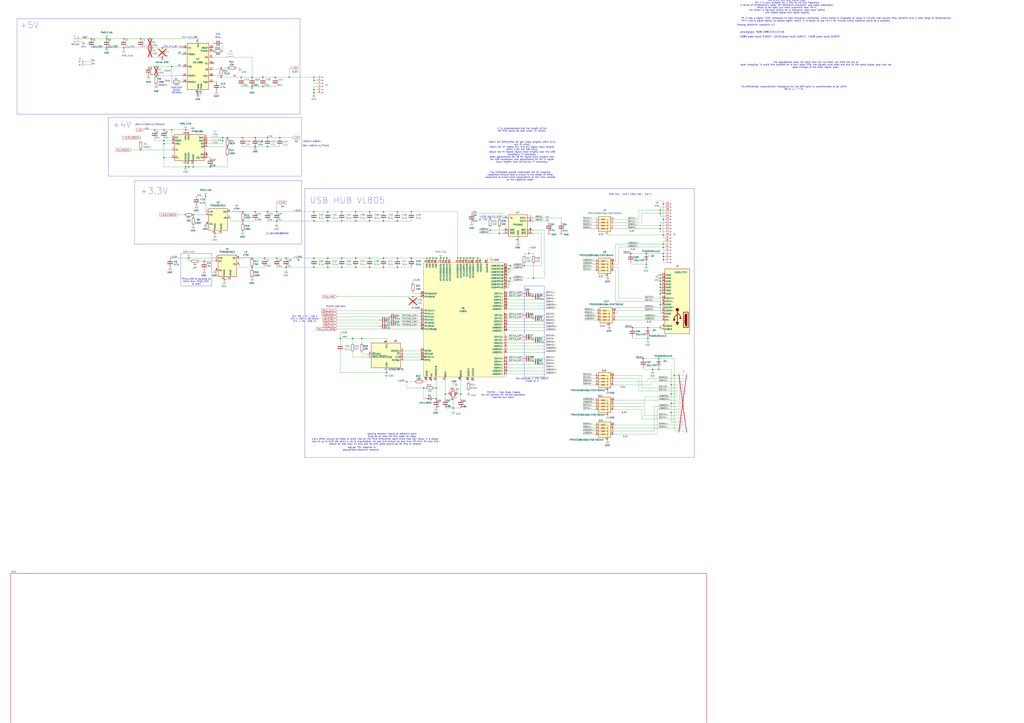
<source format=kicad_sch>
(kicad_sch (version 20231120) (generator "eeschema") (generator_version "8.0")
  (paper "A1")
  (junction (at 551.18 316.23))
  (junction (at 297.18 278.13))
  (junction (at 378.46 323.85))
  (junction (at 326.39 181.61))
  (junction (at 528.32 294.64))
  (junction (at 182.88 115.57))
  (junction (at 134.62 129.54))
  (junction (at 280.67 173.99))
  (junction (at 326.39 219.71))
  (junction (at 140.97 54.61))
  (junction (at 326.39 212.09))
  (junction (at 350.52 212.09))
  (junction (at 303.53 212.09))
  (junction (at 219.71 113.03))
  (junction (at 410.21 191.77))
  (junction (at 186.69 113.03))
  (junction (at 257.81 219.71))
  (junction (at 115.57 123.19))
  (junction (at 257.81 173.99))
  (junction (at 347.98 318.77))
  (junction (at 162.56 77.47))
  (junction (at 542.29 241.3))
  (junction (at 227.33 212.09))
  (junction (at 541.02 294.64))
  (junction (at 544.83 208.28))
  (junction (at 542.29 185.42))
  (junction (at 199.39 113.03))
  (junction (at 209.55 113.03))
  (junction (at 140.97 106.68))
  (junction (at 542.29 238.76))
  (junction (at 544.83 213.36))
  (junction (at 337.82 173.99))
  (junction (at 269.24 212.09))
  (junction (at 438.15 228.6))
  (junction (at 134.62 115.57))
  (junction (at 544.83 180.34))
  (junction (at 519.43 269.24))
  (junction (at 269.24 219.71))
  (junction (at 257.81 212.09))
  (junction (at 234.95 212.09))
  (junction (at 317.5 306.07))
  (junction (at 123.19 31.75))
  (junction (at 542.29 187.96))
  (junction (at 292.1 212.09))
  (junction (at 551.18 331.47))
  (junction (at 337.82 212.09))
  (junction (at 542.29 231.14))
  (junction (at 257.81 63.5))
  (junction (at 430.53 218.44))
  (junction (at 257.81 66.04))
  (junction (at 207.01 63.5))
  (junction (at 237.49 63.5))
  (junction (at 87.63 31.75))
  (junction (at 378.46 212.09))
  (junction (at 217.17 212.09))
  (junction (at 280.67 219.71))
  (junction (at 87.63 39.37))
  (junction (at 402.59 189.23))
  (junction (at 134.62 106.68))
  (junction (at 532.13 269.24))
  (junction (at 358.14 212.09))
  (junction (at 128.27 54.61))
  (junction (at 101.6 31.75))
  (junction (at 358.14 327.66))
  (junction (at 269.24 181.61))
  (junction (at 542.29 269.24))
  (junction (at 182.88 113.03))
  (junction (at 353.06 212.09))
  (junction (at 542.29 250.19))
  (junction (at 358.14 318.77))
  (junction (at 364.49 212.09))
  (junction (at 134.62 118.11))
  (junction (at 133.35 39.37))
  (junction (at 74.93 31.75))
  (junction (at 215.9 71.12))
  (junction (at 292.1 219.71))
  (junction (at 334.01 313.69))
  (junction (at 181.61 63.5))
  (junction (at 375.92 212.09))
  (junction (at 227.33 181.61))
  (junction (at 314.96 181.61))
  (junction (at 355.6 212.09))
  (junction (at 542.29 228.6))
  (junction (at 209.55 120.65))
  (junction (at 229.87 113.03))
  (junction (at 123.19 39.37))
  (junction (at 292.1 181.61))
  (junction (at 207.01 212.09))
  (junction (at 219.71 120.65))
  (junction (at 280.67 212.09))
  (junction (at 417.83 231.14))
  (junction (at 167.64 214.63))
  (junction (at 542.29 172.72))
  (junction (at 154.94 137.16))
  (junction (at 402.59 179.07))
  (junction (at 314.96 173.99))
  (junction (at 172.72 137.16))
  (junction (at 257.81 76.2))
  (junction (at 234.95 219.71))
  (junction (at 158.75 176.53))
  (junction (at 158.75 137.16))
  (junction (at 181.61 55.88))
  (junction (at 361.95 212.09))
  (junction (at 518.16 208.28))
  (junction (at 530.86 208.28))
  (junction (at 127 106.68))
  (junction (at 434.34 208.28))
  (junction (at 417.83 220.98))
  (junction (at 289.56 278.13))
  (junction (at 101.6 39.37))
  (junction (at 207.01 219.71))
  (junction (at 227.33 173.99))
  (junction (at 542.29 226.06))
  (junction (at 419.1 218.44))
  (junction (at 383.54 212.09))
  (junction (at 544.83 167.64))
  (junction (at 199.39 173.99))
  (junction (at 269.24 173.99))
  (junction (at 280.67 181.61))
  (junction (at 326.39 173.99))
  (junction (at 551.18 339.09))
  (junction (at 339.09 243.84))
  (junction (at 257.81 181.61))
  (junction (at 209.55 173.99))
  (junction (at 292.1 173.99))
  (junction (at 184.15 229.87))
  (junction (at 303.53 173.99))
  (junction (at 551.18 323.85))
  (junction (at 372.11 335.28))
  (junction (at 381 212.09))
  (junction (at 133.35 46.99))
  (junction (at 388.62 212.09))
  (junction (at 198.12 63.5))
  (junction (at 115.57 31.75))
  (junction (at 207.01 71.12))
  (junction (at 544.83 200.66))
  (junction (at 532.13 278.13))
  (junction (at 541.02 303.53))
  (junction (at 314.96 219.71))
  (junction (at 152.4 137.16))
  (junction (at 542.29 175.26))
  (junction (at 365.76 323.85))
  (junction (at 535.94 303.53))
  (junction (at 215.9 63.5))
  (junction (at 542.29 233.68))
  (junction (at 530.86 217.17))
  (junction (at 154.94 212.09))
  (junction (at 544.83 210.82))
  (junction (at 279.4 278.13))
  (junction (at 544.83 193.04))
  (junction (at 544.83 203.2))
  (junction (at 176.53 191.77))
  (junction (at 386.08 212.09))
  (junction (at 542.29 236.22))
  (junction (at 168.91 161.29))
  (junction (at 186.69 120.65))
  (junction (at 392.43 212.09))
  (junction (at 128.27 62.23))
  (junction (at 367.03 212.09))
  (junction (at 419.1 228.6))
  (junction (at 226.06 63.5))
  (junction (at 553.72 308.61))
  (junction (at 199.39 181.61))
  (junction (at 152.4 106.68))
  (junction (at 303.53 219.71))
  (junction (at 314.96 212.09))
  (junction (at 257.81 73.66))
  (junction (at 219.71 173.99))
  (junction (at 303.53 181.61))
  (no_connect (at 388.62 312.42))
  (no_connect (at 175.26 52.07))
  (no_connect (at 170.18 127))
  (wire (pts (xy 227.33 166.37) (xy 227.33 173.99)))
  (wire (pts (xy 416.56 226.06) (xy 417.83 226.06)))
  (wire (pts (xy 542.29 267.97) (xy 543.56 267.97)))
  (wire (pts (xy 297.18 278.13) (xy 297.18 281.94)))
  (wire (pts (xy 478.79 354.33) (xy 488.95 354.33)))
  (wire (pts (xy 240.03 113.03) (xy 229.87 113.03)))
  (wire (pts (xy 227.33 173.99) (xy 257.81 173.99)))
  (wire (pts (xy 478.79 214.63) (xy 488.95 214.63)))
  (wire (pts (xy 314.96 173.99) (xy 303.53 173.99)))
  (wire (pts (xy 154.94 212.09) (xy 176.53 212.09)))
  (wire (pts (xy 279.4 278.13) (xy 289.56 278.13)))
  (wire (pts (xy 542.29 228.6) (xy 542.29 226.06)))
  (wire (pts (xy 402.59 189.23) (xy 393.7 189.23)))
  (wire (pts (xy 302.26 290.83) (xy 297.18 290.83)))
  (wire (pts (xy 478.79 334.01) (xy 488.95 334.01)))
  (wire (pts (xy 556.26 354.33) (xy 553.72 354.33)))
  (wire (pts (xy 257.81 219.71) (xy 269.24 219.71)))
  (wire (pts (xy 134.62 114.3) (xy 134.62 115.57)))
  (wire (pts (xy 535.94 304.8) (xy 535.94 303.53)))
  (wire (pts (xy 544.83 215.9) (xy 546.1 215.9)))
  (wire (pts (xy 279.4 274.32) (xy 279.4 278.13)))
  (wire (pts (xy 546.1 203.2) (xy 544.83 203.2)))
  (wire (pts (xy 227.33 219.71) (xy 234.95 219.71)))
  (wire (pts (xy 74.93 31.75) (xy 87.63 31.75)))
  (wire (pts (xy 416.56 307.34) (xy 448.31 307.34)))
  (wire (pts (xy 478.79 187.96) (xy 488.95 187.96)))
  (wire (pts (xy 326.39 173.99) (xy 314.96 173.99)))
  (wire (pts (xy 412.75 189.23) (xy 402.59 189.23)))
  (wire (pts (xy 372.11 335.28) (xy 378.46 335.28)))
  (wire (pts (xy 537.21 334.01) (xy 556.26 334.01)))
  (wire (pts (xy 170.18 129.54) (xy 172.72 129.54)))
  (wire (pts (xy 331.47 295.91) (xy 345.44 295.91)))
  (wire (pts (xy 347.98 318.77) (xy 334.01 318.77)))
  (wire (pts (xy 505.46 214.63) (xy 504.19 214.63)))
  (wire (pts (xy 189.23 173.99) (xy 190.5 173.99)))
  (wire (pts (xy 184.15 229.87) (xy 184.15 231.14)))
  (wire (pts (xy 524.51 180.34) (xy 524.51 172.72)))
  (wire (pts (xy 199.39 181.61) (xy 199.39 182.88)))
  (wire (pts (xy 257.81 76.2) (xy 257.81 77.47)))
  (wire (pts (xy 419.1 218.44) (xy 416.56 218.44)))
  (wire (pts (xy 461.01 182.88) (xy 461.01 179.07)))
  (wire (pts (xy 419.1 223.52) (xy 419.1 218.44)))
  (wire (pts (xy 260.35 66.04) (xy 257.81 66.04)))
  (wire (pts (xy 375.92 323.85) (xy 378.46 323.85)))
  (wire (pts (xy 314.96 212.09) (xy 326.39 212.09)))
  (wire (pts (xy 292.1 173.99) (xy 280.67 173.99)))
  (wire (pts (xy 528.32 294.64) (xy 541.02 294.64)))
  (wire (pts (xy 542.29 175.26) (xy 542.29 177.8)))
  (wire (pts (xy 234.95 222.25) (xy 234.95 219.71)))
  (wire (pts (xy 365.76 323.85) (xy 365.76 327.66)))
  (wire (pts (xy 198.12 71.12) (xy 207.01 71.12)))
  (wire (pts (xy 546.1 170.18) (xy 542.29 170.18)))
  (wire (pts (xy 386.08 212.09) (xy 388.62 212.09)))
  (wire (pts (xy 478.79 349.25) (xy 488.95 349.25)))
  (wire (pts (xy 365.76 312.42) (xy 365.76 323.85)))
  (wire (pts (xy 209.55 173.99) (xy 219.71 173.99)))
  (wire (pts (xy 170.18 115.57) (xy 172.72 115.57)))
  (wire (pts (xy 430.53 218.44) (xy 444.5 218.44)))
  (wire (pts (xy 175.26 67.31) (xy 177.8 67.31)))
  (wire (pts (xy 518.16 208.28) (xy 530.86 208.28)))
  (wire (pts (xy 542.29 269.24) (xy 542.29 270.51)))
  (wire (pts (xy 480.06 262.89) (xy 490.22 262.89)))
  (wire (pts (xy 438.15 189.23) (xy 447.04 189.23)))
  (wire (pts (xy 361.95 212.09) (xy 361.95 213.36)))
  (wire (pts (xy 209.55 113.03) (xy 219.71 113.03)))
  (wire (pts (xy 387.35 175.26) (xy 412.75 175.26)))
  (wire (pts (xy 504.19 316.23) (xy 534.67 316.23)))
  (wire (pts (xy 534.67 316.23) (xy 534.67 313.69)))
  (wire (pts (xy 544.83 198.12) (xy 544.83 200.66)))
  (wire (pts (xy 347.98 327.66) (xy 349.25 327.66)))
  (wire (pts (xy 276.86 262.89) (xy 311.15 262.89)))
  (wire (pts (xy 133.35 39.37) (xy 149.86 39.37)))
  (wire (pts (xy 128.27 62.23) (xy 149.86 62.23)))
  (wire (pts (xy 542.29 233.68) (xy 542.29 231.14)))
  (wire (pts (xy 551.18 339.09) (xy 551.18 331.47)))
  (wire (pts (xy 542.29 238.76) (xy 543.56 238.76)))
  (wire (pts (xy 140.97 54.61) (xy 140.97 67.31)))
  (wire (pts (xy 416.56 279.4) (xy 436.88 279.4)))
  (wire (pts (xy 276.86 267.97) (xy 311.15 267.97)))
  (wire (pts (xy 478.79 217.17) (xy 488.95 217.17)))
  (wire (pts (xy 314.96 181.61) (xy 326.39 181.61)))
  (wire (pts (xy 152.4 106.68) (xy 154.94 106.68)))
  (wire (pts (xy 444.5 279.4) (xy 448.31 279.4)))
  (wire (pts (xy 416.56 299.72) (xy 448.31 299.72)))
  (wire (pts (xy 217.17 212.09) (xy 227.33 212.09)))
  (wire (pts (xy 553.72 308.61) (xy 553.72 294.64)))
  (wire (pts (xy 198.12 173.99) (xy 199.39 173.99)))
  (wire (pts (xy 537.21 354.33) (xy 537.21 334.01)))
  (wire (pts (xy 66.04 31.75) (xy 74.93 31.75)))
  (wire (pts (xy 524.51 311.15) (xy 524.51 321.31)))
  (wire (pts (xy 297.18 290.83) (xy 297.18 289.56)))
  (wire (pts (xy 417.83 220.98) (xy 417.83 226.06)))
  (wire (pts (xy 450.85 182.88) (xy 450.85 181.61)))
  (wire (pts (xy 527.05 336.55) (xy 527.05 344.17)))
  (wire (pts (xy 542.29 267.97) (xy 542.29 269.24)))
  (wire (pts (xy 542.29 190.5) (xy 546.1 190.5)))
  (wire (pts (xy 378.46 212.09) (xy 381 212.09)))
  (wire (pts (xy 339.09 243.84) (xy 345.44 243.84)))
  (wire (pts (xy 539.75 165.1) (xy 544.83 165.1)))
  (wire (pts (xy 416.56 254) (xy 448.31 254)))
  (wire (pts (xy 551.18 331.47) (xy 551.18 323.85)))
  (wire (pts (xy 478.79 336.55) (xy 488.95 336.55)))
  (wire (pts (xy 207.01 219.71) (xy 207.01 220.98)))
  (wire (pts (xy 361.95 212.09) (xy 364.49 212.09)))
  (wire (pts (xy 534.67 313.69) (xy 556.26 313.69)))
  (wire (pts (xy 416.56 281.94) (xy 448.31 281.94)))
  (wire (pts (xy 544.83 205.74) (xy 546.1 205.74)))
  (wire (pts (xy 444.5 243.84) (xy 448.31 243.84)))
  (wire (pts (xy 416.56 271.78) (xy 448.31 271.78)))
  (wire (pts (xy 207.01 46.99) (xy 207.01 63.5)))
  (wire (pts (xy 260.35 68.58) (xy 257.81 68.58)))
  (wire (pts (xy 234.95 219.71) (xy 257.81 219.71)))
  (wire (pts (xy 542.29 185.42) (xy 546.1 185.42)))
  (wire (pts (xy 416.56 289.56) (xy 448.31 289.56)))
  (wire (pts (xy 163.83 214.63) (xy 167.64 214.63)))
  (wire (pts (xy 527.05 308.61) (xy 527.05 318.77)))
  (wire (pts (xy 478.79 185.42) (xy 488.95 185.42)))
  (wire (pts (xy 331.47 288.29) (xy 345.44 288.29)))
  (wire (pts (xy 478.79 328.93) (xy 488.95 328.93)))
  (wire (pts (xy 358.14 212.09) (xy 361.95 212.09)))
  (wire (pts (xy 542.29 231.14) (xy 543.56 231.14)))
  (wire (pts (xy 123.19 39.37) (xy 133.35 39.37)))
  (wire (pts (xy 383.54 212.09) (xy 383.54 213.36)))
  (wire (pts (xy 257.81 63.5) (xy 260.35 63.5)))
  (wire (pts (xy 505.46 255.27) (xy 505.46 252.73)))
  (wire (pts (xy 140.97 113.03) (xy 140.97 106.68)))
  (wire (pts (xy 524.51 172.72) (xy 542.29 172.72)))
  (wire (pts (xy 209.55 120.65) (xy 219.71 120.65)))
  (wire (pts (xy 402.59 179.07) (xy 410.21 179.07)))
  (wire (pts (xy 416.56 233.68) (xy 419.1 233.68)))
  (wire (pts (xy 546.1 208.28) (xy 544.83 208.28)))
  (wire (pts (xy 175.26 46.99) (xy 185.42 46.99)))
  (wire (pts (xy 505.46 252.73) (xy 543.56 252.73)))
  (wire (pts (xy 504.19 336.55) (xy 527.05 336.55)))
  (wire (pts (xy 358.14 312.42) (xy 358.14 318.77)))
  (wire (pts (xy 118.11 106.68) (xy 127 106.68)))
  (wire (pts (xy 170.18 118.11) (xy 182.88 118.11)))
  (wire (pts (xy 430.53 208.28) (xy 434.34 208.28)))
  (wire (pts (xy 551.18 316.23) (xy 551.18 303.53)))
  (wire (pts (xy 375.92 213.36) (xy 375.92 212.09)))
  (wire (pts (xy 417.83 220.98) (xy 421.64 220.98)))
  (wire (pts (xy 504.19 331.47) (xy 529.59 331.47)))
  (wire (pts (xy 508 245.11) (xy 543.56 245.11)))
  (wire (pts (xy 364.49 212.09) (xy 367.03 212.09)))
  (wire (pts (xy 518.16 215.9) (xy 518.16 217.17)))
  (wire (pts (xy 186.69 113.03) (xy 199.39 113.03)))
  (wire (pts (xy 179.07 57.15) (xy 179.07 55.88)))
  (wire (pts (xy 400.05 212.09) (xy 403.86 212.09)))
  (wire (pts (xy 237.49 55.88) (xy 238.76 55.88)))
  (wire (pts (xy 148.59 67.31) (xy 149.86 67.31)))
  (wire (pts (xy 358.14 212.09) (xy 358.14 213.36)))
  (wire (pts (xy 542.29 236.22) (xy 542.29 233.68)))
  (wire (pts (xy 416.56 269.24) (xy 448.31 269.24)))
  (wire (pts (xy 543.56 257.81) (xy 542.29 257.81)))
  (wire (pts (xy 529.59 341.63) (xy 556.26 341.63)))
  (wire (pts (xy 154.94 137.16) (xy 158.75 137.16)))
  (wire (pts (xy 530.86 208.28) (xy 544.83 208.28)))
  (wire (pts (xy 303.53 212.09) (xy 314.96 212.09)))
  (wire (pts (xy 367.03 212.09) (xy 369.57 212.09)))
  (wire (pts (xy 297.18 278.13) (xy 317.5 278.13)))
  (wire (pts (xy 508 203.2) (xy 544.83 203.2)))
  (wire (pts (xy 419.1 218.44) (xy 430.53 218.44)))
  (wire (pts (xy 170.18 120.65) (xy 186.69 120.65)))
  (wire (pts (xy 551.18 339.09) (xy 551.18 346.71)))
  (wire (pts (xy 369.57 212.09) (xy 369.57 213.36)))
  (wire (pts (xy 541.02 294.64) (xy 553.72 294.64)))
  (wire (pts (xy 546.1 187.96) (xy 542.29 187.96)))
  (wire (pts (xy 358.14 318.77) (xy 358.14 327.66)))
  (wire (pts (xy 182.88 113.03) (xy 186.69 113.03)))
  (wire (pts (xy 303.53 173.99) (xy 292.1 173.99)))
  (wire (pts (xy 134.62 115.57) (xy 140.97 115.57)))
  (wire (pts (xy 480.06 260.35) (xy 490.22 260.35)))
  (wire (pts (xy 506.73 257.81) (xy 506.73 255.27)))
  (wire (pts (xy 331.47 290.83) (xy 345.44 290.83)))
  (wire (pts (xy 156.21 214.63) (xy 154.94 214.63)))
  (wire (pts (xy 527.05 344.17) (xy 556.26 344.17)))
  (wire (pts (xy 167.64 214.63) (xy 176.53 214.63)))
  (wire (pts (xy 199.39 113.03) (xy 209.55 113.03)))
  (wire (pts (xy 317.5 306.07) (xy 317.5 304.8)))
  (wire (pts (xy 551.18 323.85) (xy 551.18 316.23)))
  (wire (pts (xy 542.29 238.76) (xy 542.29 236.22)))
  (wire (pts (xy 444.5 297.18) (xy 448.31 297.18)))
  (wire (pts (xy 317.5 278.13) (xy 317.5 279.4)))
  (wire (pts (xy 447.04 228.6) (xy 447.04 189.23)))
  (wire (pts (xy 410.21 191.77) (xy 412.75 191.77)))
  (wire (pts (xy 237.49 63.5) (xy 226.06 63.5)))
  (wire (pts (xy 478.79 331.47) (xy 488.95 331.47)))
  (wire (pts (xy 115.57 113.03) (xy 115.57 115.57)))
  (wire (pts (xy 438.15 228.6) (xy 447.04 228.6)))
  (wire (pts (xy 289.56 281.94) (xy 289.56 278.13)))
  (wire (pts (xy 257.81 212.09) (xy 269.24 212.09)))
  (wire (pts (xy 542.29 172.72) (xy 546.1 172.72)))
  (wire (pts (xy 337.82 173.99) (xy 326.39 173.99)))
  (wire (pts (xy 505.46 214.63) (xy 505.46 200.66)))
  (wire (pts (xy 347.98 313.69) (xy 350.52 313.69)))
  (wire (pts (xy 530.86 215.9) (xy 530.86 217.17)))
  (wire (pts (xy 260.35 71.12) (xy 257.81 71.12)))
  (wire (pts (xy 74.93 39.37) (xy 87.63 39.37)))
  (wire (pts (xy 532.13 269.24) (xy 542.29 269.24)))
  (wire (pts (xy 179.07 63.5) (xy 181.61 63.5)))
  (wire (pts (xy 179.07 55.88) (xy 181.61 55.88)))
  (wire (pts (xy 551.18 303.53) (xy 541.02 303.53)))
  (wire (pts (xy 372.11 314.96) (xy 374.65 314.96)))
  (wire (pts (xy 393.7 191.77) (xy 410.21 191.77)))
  (wire (pts (xy 292.1 181.61) (xy 303.53 181.61)))
  (wire (pts (xy 416.56 294.64) (xy 429.26 294.64)))
  (wire (pts (xy 365.76 323.85) (xy 368.3 323.85)))
  (wire (pts (xy 553.72 308.61) (xy 556.26 308.61)))
  (wire (pts (xy 480.06 257.81) (xy 490.22 257.81)))
  (wire (pts (xy 175.26 62.23) (xy 179.07 62.23)))
  (wire (pts (xy 237.49 55.88) (xy 237.49 63.5)))
  (wire (pts (xy 227.33 184.15) (xy 227.33 181.61)))
  (wire (pts (xy 170.18 113.03) (xy 172.72 113.03)))
  (wire (pts (xy 353.06 212.09) (xy 353.06 213.36)))
  (wire (pts (xy 175.26 39.37) (xy 175.26 35.56)))
  (wire (pts (xy 504.19 354.33) (xy 537.21 354.33)))
  (wire (pts (xy 219.71 113.03) (xy 229.87 113.03)))
  (wire (pts (xy 416.56 248.92) (xy 448.31 248.92)))
  (wire (pts (xy 378.46 323.85) (xy 378.46 312.42)))
  (wire (pts (xy 123.19 46.99) (xy 133.35 46.99)))
  (wire (pts (xy 260.35 73.66) (xy 257.81 73.66)))
  (wire (pts (xy 434.34 204.47) (xy 434.34 208.28)))
  (wire (pts (xy 388.62 212.09) (xy 392.43 212.09)))
  (wire (pts (xy 66.04 34.29) (xy 68.58 34.29)))
  (wire (pts (xy 505.46 262.89) (xy 543.56 262.89)))
  (wire (pts (xy 544.83 208.28) (xy 544.83 210.82)))
  (wire (pts (xy 436.88 294.64) (xy 448.31 294.64)))
  (wire (pts (xy 176.53 191.77) (xy 181.61 191.77)))
  (wire (pts (xy 505.46 260.35) (xy 543.56 260.35)))
  (wire (pts (xy 198.12 63.5) (xy 207.01 63.5)))
  (wire (pts (xy 372.11 335.28) (xy 372.11 337.82)))
  (wire (pts (xy 504.19 311.15) (xy 524.51 311.15)))
  (wire (pts (xy 505.46 222.25) (xy 505.46 247.65)))
  (wire (pts (xy 158.75 134.62) (xy 158.75 137.16)))
  (wire (pts (xy 556.26 323.85) (xy 551.18 323.85)))
  (wire (pts (xy 87.63 39.37) (xy 101.6 39.37)))
  (wire (pts (xy 478.79 311.15) (xy 488.95 311.15)))
  (wire (pts (xy 556.26 346.71) (xy 551.18 346.71)))
  (wire (pts (xy 532.13 279.4) (xy 532.13 278.13)))
  (wire (pts (xy 519.43 269.24) (xy 532.13 269.24)))
  (wire (pts (xy 207.01 63.5) (xy 215.9 63.5)))
  (wire (pts (xy 317.5 307.34) (xy 317.5 306.07)))
  (wire (pts (xy 257.81 66.04) (xy 257.81 63.5)))
  (wire (pts (xy 521.97 294.64) (xy 528.32 294.64)))
  (wire (pts (xy 134.62 106.68) (xy 140.97 106.68)))
  (wire (pts (xy 199.39 120.65) (xy 209.55 120.65)))
  (wire (pts (xy 383.54 212.09) (xy 386.08 212.09)))
  (wire (pts (xy 529.59 334.01) (xy 529.59 341.63)))
  (wire (pts (xy 416.56 261.62) (xy 436.88 261.62)))
  (wire (pts (xy 529.59 331.47) (xy 529.59 326.39)))
  (wire (pts (xy 478.79 316.23) (xy 488.95 316.23)))
  (wire (pts (xy 182.88 113.03) (xy 182.88 115.57)))
  (wire (pts (xy 384.81 312.42) (xy 384.81 313.69)))
  (wire (pts (xy 530.86 218.44) (xy 530.86 217.17)))
  (wire (pts (xy 504.19 187.96) (xy 542.29 187.96)))
  (wire (pts (xy 181.61 63.5) (xy 198.12 63.5)))
  (wire (pts (xy 378.46 212.09) (xy 378.46 213.36)))
  (wire (pts (xy 417.83 220.98) (xy 416.56 220.98)))
  (wire (pts (xy 326.39 265.43) (xy 345.44 265.43)))
  (wire (pts (xy 416.56 304.8) (xy 448.31 304.8)))
  (wire (pts (xy 358.14 327.66) (xy 356.87 327.66)))
  (wire (pts (xy 542.29 241.3) (xy 542.29 238.76)))
  (wire (pts (xy 478.79 219.71) (xy 488.95 219.71)))
  (wire (pts (xy 444.5 218.44) (xy 444.5 191.77)))
  (wire (pts (xy 87.63 31.75) (xy 101.6 31.75)))
  (wire (pts (xy 292.1 212.09) (xy 303.53 212.09)))
  (wire (pts (xy 434.34 208.28) (xy 438.15 208.28)))
  (wire (pts (xy 186.69 137.16) (xy 172.72 137.16)))
  (wire (pts (xy 416.56 297.18) (xy 436.88 297.18)))
  (wire (pts (xy 417.83 231.14) (xy 421.64 231.14)))
  (wire (pts (xy 416.56 276.86) (xy 429.26 276.86)))
  (wire (pts (xy 504.19 349.25) (xy 556.26 349.25)))
  (wire (pts (xy 546.1 198.12) (xy 544.83 198.12)))
  (wire (pts (xy 504.19 308.61) (xy 527.05 308.61)))
  (wire (pts (xy 535.94 303.53) (xy 541.02 303.53)))
  (wire (pts (xy 69.85 53.34) (xy 74.93 53.34)))
  (wire (pts (xy 375.92 212.09) (xy 378.46 212.09)))
  (wire (pts (xy 276.86 257.81) (xy 345.44 257.81)))
  (wire (pts (xy 269.24 212.09) (xy 280.67 212.09)))
  (wire (pts (xy 375.92 173.99) (xy 375.92 212.09)))
  (wire (pts (xy 350.52 312.42) (xy 350.52 313.69)))
  (wire (pts (xy 101.6 40.64) (xy 101.6 39.37)))
  (wire (pts (xy 279.4 306.07) (xy 317.5 306.07)))
  (wire (pts (xy 237.49 63.5) (xy 257.81 63.5)))
  (wire (pts (xy 219.71 120.65) (xy 229.87 120.65)))
  (wire (pts (xy 127 115.57) (xy 134.62 115.57)))
  (wire (pts (xy 339.09 231.14) (xy 339.09 232.41)))
  (wire (pts (xy 289.56 278.13) (xy 297.18 278.13)))
  (wire (pts (xy 140.97 123.19) (xy 115.57 123.19)))
  (wire (pts (xy 388.62 212.09) (xy 388.62 213.36)))
  (wire (pts (xy 280.67 219.71) (xy 292.1 219.71)))
  (wire (pts (xy 504.19 313.69) (xy 532.13 313.69)))
  (wire (pts (xy 326.39 219.71) (xy 337.82 219.71)))
  (wire (pts (xy 378.46 323.85) (xy 378.46 327.66)))
  (wire (pts (xy 542.29 250.19) (xy 542.29 241.3)))
  (wire (pts (xy 134.62 137.16) (xy 134.62 129.54)))
  (wire (pts (xy 205.74 212.09) (xy 207.01 212.09)))
  (wire (pts (xy 350.52 213.36) (xy 350.52 212.09)))
  (wire (pts (xy 532.13 311.15) (xy 556.26 311.15)))
  (wire (pts (xy 546.1 210.82) (xy 544.83 210.82)))
  (wire (pts (xy 430.53 217.17) (xy 430.53 218.44)))
  (wire (pts (xy 326.39 212.09) (xy 337.82 212.09)))
  (wire (pts (xy 393.7 179.07) (xy 402.59 179.07)))
  (wire (pts (xy 504.19 356.87) (xy 539.75 356.87)))
  (wire (pts (xy 546.1 213.36) (xy 544.83 213.36)))
  (wire (pts (xy 280.67 212.09) (xy 292.1 212.09)))
  (wire (pts (xy 416.56 241.3) (xy 429.26 241.3)))
  (wire (pts (xy 257.81 71.12) (xy 257.81 73.66)))
  (wire (pts (xy 158.75 137.16) (xy 172.72 137.16)))
  (wire (pts (xy 303.53 181.61) (xy 314.96 181.61)))
  (wire (pts (xy 504.19 180.34) (xy 524.51 180.34)))
  (wire (pts (xy 107.95 123.19) (xy 115.57 123.19)))
  (wire (pts (xy 544.83 167.64) (xy 544.83 180.34)))
  (wire (pts (xy 182.88 35.56) (xy 182.88 41.91)))
  (wire (pts (xy 372.11 328.93) (xy 372.11 335.28)))
  (wire (pts (xy 134.62 129.54) (xy 140.97 129.54)))
  (wire (pts (xy 276.86 255.27) (xy 345.44 255.27)))
  (wire (pts (xy 505.46 247.65) (xy 543.56 247.65)))
  (wire (pts (xy 101.6 31.75) (xy 115.57 31.75)))
  (wire (pts (xy 416.56 287.02) (xy 448.31 287.02)))
  (wire (pts (xy 416.56 223.52) (xy 419.1 223.52)))
  (wire (pts (xy 508 217.17) (xy 508 203.2)))
  (wire (pts (xy 438.15 217.17) (xy 438.15 228.6)))
  (wire (pts (xy 430.53 209.55) (xy 430.53 208.28)))
  (wire (pts (xy 69.85 50.8) (xy 74.93 50.8)))
  (wire (pts (xy 115.57 31.75) (xy 123.19 31.75)))
  (wire (pts (xy 318.77 267.97) (xy 345.44 267.97)))
  (wire (pts (xy 416.56 236.22) (xy 417.83 236.22)))
  (wire (pts (xy 158.75 176.53) (xy 168.91 176.53)))
  (wire (pts (xy 146.05 44.45) (xy 149.86 44.45)))
  (wire (pts (xy 419.1 233.68) (xy 419.1 228.6)))
  (wire (pts (xy 438.15 181.61) (xy 450.85 181.61)))
  (wire (pts (xy 134.62 118.11) (xy 140.97 118.11)))
  (wire (pts (xy 416.56 259.08) (xy 429.26 259.08)))
  (wire (pts (xy 365.76 335.28) (xy 372.11 335.28)))
  (wire (pts (xy 478.79 351.79) (xy 488.95 351.79)))
  (wire (pts (xy 134.62 115.57) (xy 134.62 118.11)))
  (wire (pts (xy 478.79 313.69) (xy 488.95 313.69)))
  (wire (pts (xy 339.09 241.3) (xy 345.44 241.3)))
  (wire (pts (xy 544.83 213.36) (xy 544.83 215.9)))
  (wire (pts (xy 337.82 173.99) (xy 375.92 173.99)))
  (wire (pts (xy 527.05 318.77) (xy 556.26 318.77)))
  (wire (pts (xy 347.98 318.77) (xy 349.25 318.77)))
  (wire (pts (xy 505.46 222.25) (xy 504.19 222.25)))
  (wire (pts (xy 528.32 303.53) (xy 535.94 303.53)))
  (wire (pts (xy 207.01 219.71) (xy 217.17 219.71)))
  (wire (pts (xy 140.97 106.68) (xy 152.4 106.68)))
  (wire (pts (xy 518.16 217.17) (xy 530.86 217.17)))
  (wire (pts (xy 139.7 212.09) (xy 154.94 212.09)))
  (wire (pts (xy 478.79 182.88) (xy 488.95 182.88)))
  (wire (pts (xy 542.29 250.19) (xy 543.56 250.19)))
  (wire (pts (xy 544.83 165.1) (xy 544.83 167.64)))
  (wire (pts (xy 289.56 293.37) (xy 289.56 289.56)))
  (wire (pts (xy 519.43 278.13) (xy 532.13 278.13)))
  (wire (pts (xy 508 219.71) (xy 508 245.11)))
  (wire (pts (xy 326.39 260.35) (xy 345.44 260.35)))
  (wire (pts (xy 541.02 303.53) (xy 541.02 302.26)))
  (wire (pts (xy 276.86 270.51) (xy 345.44 270.51)))
  (wire (pts (xy 193.04 46.99) (xy 207.01 46.99)))
  (wire (pts (xy 367.03 212.09) (xy 367.03 213.36)))
  (wire (pts (xy 355.6 212.09) (xy 358.14 212.09)))
  (wire (pts (xy 542.29 182.88) (xy 542.29 185.42)))
  (wire (pts (xy 478.79 308.61) (xy 488.95 308.61)))
  (wire (pts (xy 219.71 173.99) (xy 227.33 173.99)))
  (wire (pts (xy 154.94 107.95) (xy 154.94 106.68)))
  (wire (pts (xy 199.39 181.61) (xy 209.55 181.61)))
  (wire (pts (xy 384.81 321.31) (xy 384.81 322.58)))
  (wire (pts (xy 504.19 351.79) (xy 556.26 351.79)))
  (wire (pts (xy 394.97 212.09) (xy 394.97 213.36)))
  (wire (pts (xy 146.05 176.53) (xy 151.13 176.53)))
  (wire (pts (xy 134.62 129.54) (xy 134.62 118.11)))
  (wire (pts (xy 175.26 57.15) (xy 179.07 57.15)))
  (wire (pts (xy 542.29 270.51) (xy 543.56 270.51)))
  (wire (pts (xy 513.08 269.24) (xy 519.43 269.24)))
  (wire (pts (xy 504.19 217.17) (xy 508 217.17)))
  (wire (pts (xy 539.75 336.55) (xy 556.26 336.55)))
  (wire (pts (xy 121.92 54.61) (xy 128.27 54.61)))
  (wire (pts (xy 542.29 177.8) (xy 546.1 177.8)))
  (wire (pts (xy 504.19 185.42) (xy 542.29 185.42)))
  (wire (pts (xy 544.83 210.82) (xy 544.83 213.36)))
  (wire (pts (xy 331.47 293.37) (xy 345.44 293.37)))
  (wire (pts (xy 438.15 208.28) (xy 438.15 209.55)))
  (wire (pts (xy 546.1 180.34) (xy 544.83 180.34)))
  (wire (pts (xy 478.79 222.25) (xy 488.95 222.25)))
  (wire (pts (xy 180.34 113.03) (xy 182.88 113.03)))
  (wire (pts (xy 353.06 212.09) (xy 355.6 212.09)))
  (wire (pts (xy 438.15 179.07) (xy 461.01 179.07)))
  (wire (pts (xy 347.98 318.77) (xy 347.98 327.66)))
  (wire (pts (xy 189.23 179.07) (xy 189.23 181.61)))
  (wire (pts (xy 436.88 259.08) (xy 448.31 259.08)))
  (wire (pts (xy 181.61 55.88) (xy 186.69 55.88)))
  (wire (pts (xy 302.26 293.37) (xy 289.56 293.37)))
  (wire (pts (xy 504.19 334.01) (xy 529.59 334.01)))
  (wire (pts (xy 478.79 180.34) (xy 488.95 180.34)))
  (wire (pts (xy 527.05 175.26) (xy 542.29 175.26)))
  (wire (pts (xy 546.1 195.58) (xy 544.83 195.58)))
  (wire (pts (xy 334.01 313.69) (xy 340.36 313.69)))
  (wire (pts (xy 127 114.3) (xy 127 115.57)))
  (wire (pts (xy 184.15 229.87) (xy 189.23 229.87)))
  (wire (pts (xy 279.4 289.56) (xy 279.4 306.07)))
  (wire (pts (xy 532.13 278.13) (xy 532.13 276.86)))
  (wire (pts (xy 257.81 68.58) (xy 257.81 66.04)))
  (wire (pts (xy 436.88 276.86) (xy 448.31 276.86)))
  (wire (pts (xy 269.24 219.71) (xy 280.67 219.71)))
  (wire (pts (xy 152.4 106.68) (xy 152.4 107.95)))
  (wire (pts (xy 480.06 255.27) (xy 490.22 255.27)))
  (wire (pts (xy 207.01 71.12) (xy 215.9 71.12)))
  (wire (pts (xy 152.4 137.16) (xy 134.62 137.16)))
  (wire (pts (xy 292.1 219.71) (xy 303.53 219.71)))
  (wire (pts (xy 506.73 255.27) (xy 543.56 255.27)))
  (wire (pts (xy 504.19 328.93) (xy 556.26 328.93)))
  (wire (pts (xy 416.56 266.7) (xy 448.31 266.7)))
  (wire (pts (xy 269.24 173.99) (xy 257.81 173.99)))
  (wire (pts (xy 276.86 265.43) (xy 318.77 265.43)))
  (wire (pts (xy 179.07 62.23) (xy 179.07 63.5)))
  (wire (pts (xy 386.08 212.09) (xy 386.08 213.36)))
  (wire (pts (xy 215.9 71.12) (xy 226.06 71.12)))
  (wire (pts (xy 186.69 128.27) (xy 186.69 137.16)))
  (wire (pts (xy 410.21 186.69) (xy 410.21 191.77)))
  (wire (pts (xy 478.79 356.87) (xy 488.95 356.87)))
  (wire (pts (xy 532.13 313.69) (xy 532.13 311.15)))
  (wire (pts (xy 350.52 212.09) (xy 353.06 212.09)))
  (wire (pts (xy 511.81 208.28) (xy 518.16 208.28)))
  (wire (pts (xy 544.83 200.66) (xy 546.1 200.66)))
  (wire (pts (xy 444.5 261.62) (xy 448.31 261.62)))
  (wire (pts (xy 416.56 251.46) (xy 448.31 251.46)))
  (wire (pts (xy 154.94 214.63) (xy 154.94 212.09)))
  (wire (pts (xy 504.19 219.71) (xy 508 219.71)))
  (wire (pts (xy 168.91 161.29) (xy 161.29 161.29)))
  (wire (pts (xy 529.59 326.39) (xy 556.26 326.39)))
  (wire (pts (xy 528.32 302.26) (xy 528.32 303.53)))
  (wire (pts (xy 269.24 181.61) (xy 280.67 181.61)))
  (wire (pts (xy 158.75 176.53) (xy 158.75 177.8)))
  (wire (pts (xy 162.56 77.47) (xy 165.1 77.47)))
  (wire (pts (xy 416.56 302.26) (xy 448.31 302.26)))
  (wire (pts (xy 189.23 181.61) (xy 199.39 181.61)))
  (wire (pts (xy 337.82 212.09) (xy 350.52 212.09)))
  (wire (pts (xy 207.01 212.09) (xy 217.17 212.09)))
  (wire (pts (xy 334.01 318.77) (xy 334.01 313.69)))
  (wire (pts (xy 215.9 63.5) (xy 226.06 63.5)))
  (wire (pts (xy 280.67 181.61) (xy 292.1 181.61)))
  (wire (pts (xy 326.39 181.61) (xy 337.82 181.61)))
  (wire (pts (xy 542.29 257.81) (xy 542.29 250.19)))
  (wire (pts (xy 542.29 187.96) (xy 542.29 190.5)))
  (wire (pts (xy 542.29 233.68) (xy 543.56 233.68)))
  (wire (pts (xy 176.53 191.77) (xy 176.53 193.04)))
  (wire (pts (xy 326.39 313.69) (xy 334.01 313.69)))
  (wire (pts (xy 140.97 54.61) (xy 149.86 54.61)))
  (wire (pts (xy 196.85 219.71) (xy 207.01 219.71)))
  (wire (pts (xy 505.46 200.66) (xy 544.83 200.66)))
  (wire (pts (xy 381 212.09) (xy 383.54 212.09)))
  (wire (pts (xy 392.43 212.09) (xy 392.43 213.36)))
  (wire (pts (xy 194.31 55.88) (xy 196.85 55.88)))
  (wire (pts (xy 101.6 39.37) (xy 115.57 39.37)))
  (wire (pts (xy 544.83 195.58) (xy 544.83 193.04)))
  (wire (pts (xy 182.88 115.57) (xy 180.34 115.57)))
  (wire (pts (xy 128.27 54.61) (xy 140.97 54.61)))
  (wire (pts (xy 276.86 243.84) (xy 339.09 243.84)))
  (wire (pts (xy 168.91 173.99) (xy 168.91 161.29)))
  (wire (pts (xy 542.29 241.3) (xy 543.56 241.3)))
  (wire (pts (xy 303.53 219.71) (xy 314.96 219.71)))
  (wire (pts (xy 196.85 217.17) (xy 196.85 219.71)))
  (wire (pts (xy 542.29 236.22) (xy 543.56 236.22)))
  (wire (pts (xy 448.31 241.3) (xy 436.88 241.3)))
  (wire (pts (xy 257.81 73.66) (xy 257.81 76.2)))
  (wire (pts (xy 199.39 173.99) (xy 209.55 173.99)))
  (wire (pts (xy 154.94 134.62) (xy 154.94 137.16)))
  (wire (pts (xy 419.1 228.6) (xy 416.56 228.6)))
  (wire (pts (xy 542.29 231.14) (xy 542.29 228.6)))
  (wire (pts (xy 412.75 175.26) (xy 412.75 179.07)))
  (wire (pts (xy 280.67 173.99) (xy 269.24 173.99)))
  (wire (pts (xy 152.4 137.16) (xy 154.94 137.16)))
  (wire (pts (xy 539.75 226.06) (xy 542.29 226.06)))
  (wire (pts (xy 127 106.68) (xy 134.62 106.68)))
  (wire (pts (xy 402.59 186.69) (xy 402.59 189.23)))
  (wire (pts (xy 234.95 212.09) (xy 257.81 212.09)))
  (wire (pts (xy 438.15 191.77) (xy 444.5 191.77)))
  (wire (pts (xy 318.77 262.89) (xy 345.44 262.89)))
  (wire (pts (xy 355.6 212.09) (xy 355.6 213.36)))
  (wire (pts (xy 227.33 212.09) (xy 234.95 212.09)))
  (wire (pts (xy 504.19 182.88) (xy 527.05 182.88)))
  (wire (pts (xy 152.4 134.62) (xy 152.4 137.16)))
  (wire (pts (xy 416.56 264.16) (xy 448.31 264.16)))
  (wire (pts (xy 544.83 193.04) (xy 544.83 180.34)))
  (wire (pts (xy 219.71 181.61) (xy 227.33 181.61)))
  (wire (pts (xy 314.96 219.71) (xy 326.39 219.71)))
  (wire (pts (xy 505.46 257.81) (xy 506.73 257.81)))
  (wire (pts (xy 553.72 354.33) (xy 553.72 308.61)))
  (wire (pts (xy 257.81 181.61) (xy 269.24 181.61)))
  (wire (pts (xy 358.14 318.77) (xy 356.87 318.77)))
  (wire (pts (xy 546.1 182.88) (xy 542.29 182.88)))
  (wire (pts (xy 416.56 243.84) (xy 436.88 243.84)))
  (wire (pts (xy 544.83 167.64) (xy 546.1 167.64)))
  (wire (pts (xy 542.29 228.6) (xy 543.56 228.6)))
  (wire (pts (xy 227.33 181.61) (xy 257.81 181.61)))
  (wire (pts (xy 372.11 318.77) (xy 372.11 314.96)))
  (wire (pts (xy 499.11 193.04) (xy 544.83 193.04)))
  (wire (pts (xy 196.85 212.09) (xy 198.12 212.09)))
  (wire (pts (xy 339.09 240.03) (xy 339.09 241.3)))
  (wire (pts (xy 279.4 281.94) (xy 279.4 278.13)))
  (wire (pts (xy 542.29 170.18) (xy 542.29 172.72)))
  (wire (pts (xy 381 212.09) (xy 381 213.36)))
  (wire (pts (xy 417.83 236.22) (xy 417.83 231.14)))
  (wire (pts (xy 539.75 356.87) (xy 539.75 336.55)))
  (wire (pts (xy 400.05 213.36) (xy 400.05 212.09)))
  (wire (pts (xy 392.43 212.09) (xy 394.97 212.09)))
  (wire (pts (xy 364.49 212.09) (xy 364.49 213.36)))
  (wire (pts (xy 276.86 260.35) (xy 318.77 260.35)))
  (wire (pts (xy 416.56 246.38) (xy 448.31 246.38)))
  (wire (pts (xy 416.56 284.48) (xy 448.31 284.48)))
  (wire (pts (xy 542.29 226.06) (xy 543.56 226.06)))
  (wire (pts (xy 524.51 321.31) (xy 556.26 321.31)))
  (wire (pts (xy 556.26 339.09) (xy 551.18 339.09)))
  (wire (pts (xy 546.1 175.26) (xy 542.29 175.26)))
  (wire (pts (xy 551.18 331.47) (xy 556.26 331.47)))
  (wire (pts (xy 556.26 316.23) (xy 551.18 316.23)))
  (wire (pts (xy 519.43 276.86) (xy 519.43 278.13)))
  (wire (pts (xy 257.81 76.2) (xy 260.35 76.2)))
  (wire (pts (xy 123.19 31.75) (xy 162.56 31.75)))
  (wire (pts (xy 546.1 193.04) (xy 544.83 193.04)))
  (wire (pts (xy 419.1 228.6) (xy 438.15 228.6)))
  (wire (pts (xy 416.56 231.14) (xy 417.83 231.14)))
  (wire (pts (xy 527.05 182.88) (xy 527.05 175.26)))
  (wire (pts (xy 544.83 203.2) (xy 544.83 205.74)))
  (wire (pts (xy 182.88 118.11) (xy 182.88 115.57)))
  (rectangle (start 13.97 15.24) (end 246.38 93.98))
  (rectangle (start 88.9 96.52) (end 247.65 144.78))
  (rectangle (start 250.19 154.94) (end 570.23 375.92))
  (rectangle (start 430.53 234.95) (end 447.04 309.88))
  (rectangle (start 148.59 208.28) (end 173.99 234.95))
  (rectangle (start 110.49 148.59) (end 247.65 200.66))
  (text "C_{AC-COUPLING} = (75-200)nF\nClose to U" (at 437.134 313.944 0) (effects (font (size 1.27 1.27)) (justify bottom)))
  (text "3.3V" (at 513.588 358.902 0) (effects (font (size 1.27 1.27))))
  (text "(3A=>50mil=1.27mm)" (at 259.334 119.888 0) (effects (font (size 1.27 1.27))))
  (text "3.3V" (at 494.792 268.224 0) (effects (font (size 1.27 1.27))))
  (text "FCCM" (at 137.414 58.42 0) (effects (font (size 1.27 1.27))))
  (text "or +5V" (at 396.748 180.594 0) (effects (font (size 1.27 1.27))))
  (text "1A" (at 449.326 180.848 0) (effects (font (size 1.27 1.27))))
  (text "3.3V" (at 518.922 189.992 0) (effects (font (size 1.27 1.27))))
  (text "(1080 glass style) 0.0022\", (2116 glass style) 0.0042\", (7628 glass style) 0.0075”" (at 648.97 30.226 0) (effects (font (size 1.27 1.27))))
  (text "1A" (at 449.326 178.308 0) (effects (font (size 1.27 1.27))))
  (text "6.5A" (at 242.316 59.182 0) (effects (font (size 1.27 1.27))))
  (text "3.3V" (at 512.572 339.09 0) (effects (font (size 1.27 1.27))))
  (text "PCIe_1V05 is delayed by\n10ms than DCDC_3V3 \nto start" (at 161.29 231.394 0) (effects (font (size 1.27 1.27))))
  (text "CL10A106KQ8NNNC" (at 228.092 192.024 0) (effects (font (size 1.27 1.27))))
  (text "+3.3V" (at 126.492 157.226 0) (effects (font (size 5.08 5.08))))
  (text "3A" (at 245.11 213.868 0) (effects (font (size 1.27 1.27))))
  (text "Match the differential SS pair trace lengths within 0.12\nmm (5 mils).\nMatch the Hi-Speed (D+ and D–) signal trace lengths\nwithin 1.25 mm (50 mils).\nAdjust the Hi-Speed signal trace lengths near the USB\nreceptacle, if necessary.\nMake adjustments for SS Rx signal trace lengths near\nthe USB receptacle, and adjustments for SS Tx signal\ntrace lengths near the device, if necessary." (at 428.752 124.968 0) (effects (font (size 1.27 1.27))))
  (text "500kHz" (at 133.604 70.104 0) (effects (font (size 1.27 1.27))))
  (text "PCIdif=100 Ohm" (at 275.844 251.968 0) (effects (font (size 1.27 1.27))))
  (text "(5A=>110mil=2.794mm)" (at 123.19 102.362 0) (effects (font (size 1.27 1.27))))
  (text "3.3V" (at 511.556 318.262 0) (effects (font (size 1.27 1.27))))
  (text "3.3V" (at 493.522 227.33 0) (effects (font (size 1.27 1.27))))
  (text "5A/pin" (at 61.976 36.576 0) (effects (font (size 1.27 1.27))))
  (text "TESTEN - Test Mode Enable\nDo not connect for normal operation.\nInternal pull down." (at 413.512 324.612 0) (effects (font (size 1.27 1.27))))
  (text "6A" (at 243.586 116.332 0) (effects (font (size 1.27 1.27))))
  (text "Roger is the favorite dielectric material due to its low DK and DF value,\nlow price, and less signal loss. \nFR-4 is only suitable for 1 GHz to 10 GHz frequency.\nIn terms of DF(dielectric loss), DK (dielectric constant), and water absorption, \nTeflon is the best, but more expensive than FR-4. \nThe Teflon is the best choice for a frequency more than 10GHZ \nwith stable signal and higher quality." (at 646.684 4.318 0) (effects (font (size 1.27 1.27))))
  (text "Prepreg dielectric constant: 4.2" (at 620.776 20.574 0) (effects (font (size 1.27 1.27))))
  (text "spacing between traces of adjacent pairs\nmust be at least 20 mils edge-to-edge" (at 321.818 357.632 0) (effects (font (size 1.27 1.27))))
  (text "4mA" (at 282.956 276.86 0) (effects (font (size 1.27 1.27))))
  (text "150mil=3.8mm" (at 256.032 116.332 0) (effects (font (size 1.27 1.27))))
  (text "3.3V" (at 493.522 192.786 0) (effects (font (size 1.27 1.27))))
  (text "Every effort should be made to avoid vias on the PCIe differential pairs since they can result in a signal\nloss of up to 0.25 dB. When a via is unavoidable, its pad size should be less than 25 mils, its hole size\nshould be less than 14 mils and its anti-pads should be 35 mils or smaller" (at 308.102 362.966 0) (effects (font (size 1.27 1.27))))
  (text "VOD: 0.0 - 0.3 V VOH: 2.8 - 3.6 V" (at 517.398 159.766 0) (effects (font (size 1.27 1.27))))
  (text "3.3V" (at 519.684 204.978 0) (effects (font (size 1.27 1.27))))
  (text "5V" (at 192.786 62.484 0) (effects (font (size 1.27 1.27))))
  (text "3.3V" (at 533.146 264.668 0) (effects (font (size 1.27 1.27))))
  (text "3A" (at 231.902 169.926 0) (effects (font (size 1.27 1.27))))
  (text "The degradation does not stem from the via itself, but from the act of\nlayer changing. To avoid this problem on a four-layer PCB, the signals must start and end on the same signal layer and not\npass through to the other signal layer." (at 670.052 53.34 0) (effects (font (size 1.27 1.27))))
  (text "Interface board\n1. pins 102-124 - VL805 - to ffc 20 pin 0.5\n2. HDMI0 ffc 20 pin 0.5 \n3. DSI0 ffc 15 pin 1.0\n4. RTC - \n10. Ethernet rj45 (optional)" (at 21.336 -16.002 0) (effects (font (size 1.27 1.27))))
  (text "54%Ilimit\n(6.5A)\nSS=6ms" (at 145.034 76.962 0) (effects (font (size 1.27 1.27)) (justify bottom)))
  (text "+4V" (at 100.076 102.616 0) (effects (font (size 5.08 5.08))))
  (text "FR-4 has a higher ability to absorb water. Hence, it is better to use FR-4 for circuits where moisture could be a problem." (at 670.052 17.272 0) (effects (font (size 1.27 1.27))))
  (text "Vin=4.5...28V" (at 155.956 30.734 0) (effects (font (size 1.27 1.27))))
  (text "Two immediate planes underneath the AC coupling\ncapacitors should have a cutout in the shape of these\ncapacitors to avoid extra capacitance on the lines created\nby the capacitor pads." (at 427.228 144.78 0) (effects (font (size 1.27 1.27))))
  (text "prepregtype: 7628/1080/2313/2116" (at 625.856 26.416 0) (effects (font (size 1.27 1.27))))
  (text "USB HUB VL805" (at 285.242 164.846 0) (effects (font (size 5.08 5.08))))
  (text "Ven=2...5.5V" (at 406.146 178.054 0) (effects (font (size 1.27 1.27))))
  (text "VTX-CM = 0 - 3.6 V\nZTX = ZRX = 50 Ohms\nCTX = 75 – 200 nF" (at 250.19 262.128 0) (effects (font (size 1.27 1.27))))
  (text "+5V" (at 24.13 20.828 0) (effects (font (size 5.08 5.08))))
  (text " regular FR4 material is\nappropriate dielectric material" (at 296.418 368.808 0) (effects (font (size 1.27 1.27))))
  (text "Skip" (at 137.668 66.548 0) (effects (font (size 1.27 1.27))))
  (text "The differential characteristic impedance for the SDP pairs is recommended to be within\n90 Ω +/- 7 Ω." (at 652.018 72.39 0) (effects (font (size 1.27 1.27))))
  (text "It is recommended that the length of the\nSS PCB traces be kept under 11 inches." (at 428.752 106.68 0) (effects (font (size 1.27 1.27))))
  (text "5V" (at 147.574 53.848 0) (effects (font (size 1.27 1.27))))
  (text "FR-4 has a higher TCDK compared to high-frequency lamination, which makes it incapable of using in circuits that require little variation over a wide range of temperatures." (at 694.944 14.986 0) (effects (font (size 1.27 1.27))))
  (text "VEN_H>1.6V" (at 139.954 38.354 0) (effects (font (size 1.27 1.27))))
  (label "USB2D3+" (at 478.79 328.93 0))
  (label "USB2D2+" (at 448.31 269.24 0))
  (label "USB2D1-" (at 478.79 217.17 0))
  (label "SSRX1+" (at 478.79 185.42 0))
  (label "VBUS2" (at 439.42 181.61 0))
  (label "USBEN1" (at 421.64 231.14 0))
  (label "SSRX4-" (at 478.79 351.79 0))
  (label "SSTX1_CAP+" (at 417.83 241.3 0))
  (label "SSRX4+" (at 478.79 349.25 0))
  (label "+1.05V" (at 241.3 212.09 0))
  (label "SSTX3-" (at 448.31 279.4 0))
  (label "SSTX2-" (at 478.79 222.25 0))
  (label "SSRX3+" (at 541.02 311.15 0))
  (label "PEXRX0_CAP-" (at 330.2 267.97 0))
  (label "SSTX4+" (at 478.79 334.01 0))
  (label "SSTX1-" (at 478.79 182.88 0))
  (label "USB2D1-" (at 515.62 203.2 0))
  (label "SSRX3+" (at 478.79 313.69 0))
  (label "VBUS1" (at 439.42 179.07 0))
  (label "USB2D3-" (at 448.31 289.56 0))
  (label "SSRX3-" (at 541.02 313.69 0))
  (label "USBEN2" (at 421.64 220.98 0))
  (label "+3.3V" (at 139.7 212.09 0))
  (label "SSTX3+" (at 478.79 308.61 0))
  (label "SSTX3-" (at 478.79 311.15 0))
  (label "SSRX2-" (at 480.06 257.81 0))
  (label "USB2D4-" (at 448.31 307.34 0))
  (label "SSTX1-" (at 448.31 243.84 0))
  (label "PG" (at 74.93 50.8 0))
  (label "SSTX3+" (at 541.02 318.77 0))
  (label "SSRX4-" (at 448.31 302.26 0))
  (label "SSTX2+" (at 478.79 219.71 0))
  (label "SSTX3+" (at 448.31 276.86 0))
  (label "USB2D1+" (at 478.79 214.63 0))
  (label "SSRX4+" (at 448.31 299.72 0))
  (label "+3.3V" (at 241.3 173.99 0))
  (label "PG" (at 146.05 44.45 0))
  (label "SSRX3+" (at 448.31 281.94 0))
  (label "SSRX1-" (at 515.62 187.96 0))
  (label "PEXRX0_CAP+" (at 330.2 265.43 0))
  (label "SSTX4-" (at 478.79 336.55 0))
  (label "USB2D4+" (at 478.79 354.33 0))
  (label "USB2D1+" (at 448.31 251.46 0))
  (label "+4V" (at 161.29 161.29 0))
  (label "VBUS2" (at 521.97 294.64 0))
  (label "SSTX4_CAP-" (at 417.83 297.18 0))
  (label "USB2D2-" (at 529.59 262.89 0))
  (label "+3.3V" (at 279.4 274.32 0))
  (label "SSRX2+" (at 480.06 255.27 0))
  (label "SSRX2-" (at 448.31 266.7 0))
  (label "SSRX3-" (at 448.31 284.48 0))
  (label "VBUS1" (at 513.08 269.24 0))
  (label "USBEN1" (at 393.7 189.23 0))
  (label "USB2D4-" (at 541.02 336.55 0))
  (label "SSTX3-" (at 541.02 321.31 0))
  (label "+5V" (at 387.35 175.26 0))
  (label "SSRX4+" (at 541.02 349.25 0))
  (label "USB2D4-" (at 478.79 356.87 0))
  (label "+3.3V" (at 434.34 204.47 0))
  (label "+3.3V" (at 339.09 231.14 0))
  (label "SSRX2+" (at 448.31 264.16 0))
  (label "USB2D1-" (at 448.31 254 0))
  (label "+4V" (at 219.71 113.03 0))
  (label "USBEN2" (at 393.7 191.77 0))
  (label "SSTX2+" (at 448.31 259.08 0))
  (label "VBAT" (at 67.31 31.75 0))
  (label "SSTX1-" (at 515.62 182.88 0))
  (label "SSTX4_CAP+" (at 417.83 294.64 0))
  (label "SSRX4-" (at 541.02 351.79 0))
  (label "SSTX2_CAP-" (at 417.83 261.62 0))
  (label "+3.3V" (at 393.7 179.07 0))
  (label "SSRX1+" (at 448.31 246.38 0))
  (label "SSRX2-" (at 529.59 255.27 0))
  (label "SSRX1-" (at 478.79 187.96 0))
  (label "USB2D2+" (at 480.06 260.35 0))
  (label "USB2D3-" (at 541.02 326.39 0))
  (label "PEXTX0_CAP+" (at 330.2 260.35 0))
  (label "USBOC2" (at 421.64 218.44 0))
  (label "USBOC1" (at 421.64 228.6 0))
  (label "SSTX4-" (at 448.31 297.18 0))
  (label "PEXTX0_CAP-" (at 330.2 262.89 0))
  (label "SSTX2+" (at 529.59 245.11 0))
  (label "VBUS1" (at 511.81 208.28 0))
  (label "USB2D1+" (at 515.62 200.66 0))
  (label "SSRX2+" (at 529.59 252.73 0))
  (label "SSTX2-" (at 529.59 247.65 0))
  (label "SSRX1-" (at 448.31 248.92 0))
  (label "SSTX1+" (at 515.62 180.34 0))
  (label "SSRX3-" (at 478.79 316.23 0))
  (label "SSTX3_CAP-" (at 417.83 279.4 0))
  (label "USB2D3-" (at 478.79 331.47 0))
  (label "SSTX4+" (at 541.02 341.63 0))
  (label "SSRX1+" (at 515.62 185.42 0))
  (label "USB2D3+" (at 541.02 328.93 0))
  (label "EN" (at 147.32 39.37 0))
  (label "SSTX4+" (at 448.31 294.64 0))
  (label "SSTX1+" (at 478.79 180.34 0))
  (label "USB2D2+" (at 529.59 260.35 0))
  (label "USB2D2-" (at 448.31 271.78 0))
  (label "USB2D4+" (at 541.02 334.01 0))
  (label "SSTX2_CAP+" (at 417.83 259.08 0))
  (label "EN" (at 74.93 53.34 0))
  (label "SSTX2-" (at 448.31 261.62 0))
  (label "SSTX1+" (at 448.31 241.3 0))
  (label "+5V" (at 118.11 106.68 0))
  (label "SSTX3_CAP+" (at 417.83 276.86 0))
  (label "USB2D3+" (at 448.31 287.02 0))
  (label "SSTX4-" (at 541.02 344.17 0))
  (label "SSTX1_CAP-" (at 417.83 243.84 0))
  (label "+3.3V" (at 326.39 313.69 0))
  (label "USB2D4+" (at 448.31 304.8 0))
  (label "USB2D2-" (at 480.06 262.89 0))
  (global_label "+5V" (shape input) (at 238.76 55.88 0) (property "Intersheetrefs" "${INTERSHEET_REFS}" (effects (hide yes))))
  (global_label "+3.3V_RADXA" (shape input) (at 146.05 176.53 180) (property "Intersheetrefs" "${INTERSHEET_REFS}" (effects (hide yes))))
  (global_label "PCIe_CLK_nREQ" (shape input) (at 276.86 270.51 180) (property "Intersheetrefs" "${INTERSHEET_REFS}" (effects (hide yes))))
  (global_label "PCIe_CLK-" (shape input) (at 276.86 257.81 180) (property "Intersheetrefs" "${INTERSHEET_REFS}" (effects (hide yes))))
  (global_label "PCIe_nRST" (shape input) (at 276.86 243.84 180) (property "Intersheetrefs" "${INTERSHEET_REFS}" (effects (hide yes))))
  (global_label "PCIe_RX-" (shape input) (at 276.86 262.89 180) (property "Intersheetrefs" "${INTERSHEET_REFS}" (effects (hide yes))))
  (global_label "+4V" (shape input) (at 240.03 113.03 0) (property "Intersheetrefs" "${INTERSHEET_REFS}" (effects (hide yes))))
  (global_label "TG_4VDCDC" (shape input) (at 107.95 123.19 180) (property "Intersheetrefs" "${INTERSHEET_REFS}" (effects (hide yes))))
  (global_label "PCIe_RX+" (shape input) (at 276.86 260.35 180) (property "Intersheetrefs" "${INTERSHEET_REFS}" (effects (hide yes))))
  (global_label "+3.3V_RADXA" (shape input) (at 115.57 113.03 180) (property "Intersheetrefs" "${INTERSHEET_REFS}" (effects (hide yes))))
  (global_label "+5V" (shape input) (at 118.11 106.68 180) (property "Intersheetrefs" "${INTERSHEET_REFS}" (effects (hide yes))))
  (global_label "PCIe_TX+" (shape input) (at 276.86 265.43 180) (property "Intersheetrefs" "${INTERSHEET_REFS}" (effects (hide yes))))
  (global_label "PCIe_CLK+" (shape input) (at 276.86 255.27 180) (property "Intersheetrefs" "${INTERSHEET_REFS}" (effects (hide yes))))
  (global_label "+3.3V" (shape input) (at 227.33 166.37 0) (property "Intersheetrefs" "${INTERSHEET_REFS}" (effects (hide yes))))
  (global_label "PCIe_TX-" (shape input) (at 276.86 267.97 180) (property "Intersheetrefs" "${INTERSHEET_REFS}" (effects (hide yes))))
  (symbol (lib_id "power:GND") (at 234.95 222.25 0) (unit 1)
    (property "Reference" "#PWR23" (effects (hide yes)))
    (property "Value" "GND" (at 234.696 226.314 0))
    (property "Description" "Power symbol creates a global label with name \"GND\" , ground" (effects (hide yes)))
  )
  (symbol (lib_id "power:PWR_FLAG") (at 152.4 106.68 0) (unit 1)
    (property "Reference" "#FLG3" (effects (hide yes)))
    (property "Value" "PWR_FLAG" (at 152.4 101.6 0))
    (property "Description" "Special symbol for telling ERC where power comes from" (effects (hide yes)))
  )
  (symbol (lib_id "power:GND") (at 499.11 361.95 0) (unit 1)
    (property "Reference" "#PWR39" (effects (hide yes)))
    (property "Value" "GND" (at 498.856 366.014 0))
    (property "Description" "Power symbol creates a global label with name \"GND\" , ground" (effects (hide yes)))
  )
  (symbol (lib_id "power:GND") (at 176.53 222.25 0) (unit 1)
    (property "Reference" "#PWR14" (effects (hide yes)))
    (property "Value" "GND" (at 176.276 226.314 0))
    (property "Description" "Power symbol creates a global label with name \"GND\" , ground" (effects (hide yes)))
  )
  (symbol (lib_id "Device:C") (at 314.96 262.89 90) (unit 1)
    (property "Reference" "C42" (at 318.262 261.874 90))
    (property "Value" "0.1u" (at 318.516 264.16 90))
    (property "Footprint" "Capacitor_SMD:C_0402_1005Metric" (effects (hide yes)))
    (property "Description" "Unpolarized capacitor" (effects (hide yes)))
  )
  (symbol (lib_id "Device:C") (at 226.06 67.31 0) (unit 1)
    (property "Reference" "C24" (at 228.6 65.532 0) (effects (justify left)))
    (property "Value" "100u" (at 226.822 69.85 0) (effects (justify left)))
    (property "Footprint" "Capacitor_SMD:C_1206_3216Metric_Pad1.33x1.80mm_HandSolder" (effects (hide yes)))
    (property "Description" "Unpolarized capacitor" (effects (hide yes)))
  )
  (symbol (lib_id "Diode:1N4148WS") (at 353.06 327.66 0) (mirror x) (unit 1)
    (property "Reference" "D1" (at 351.536 325.12 0) (effects (justify left)))
    (property "Value" "1N4148WS" (at 344.17 330.962 0) (effects (justify left)))
    (property "Footprint" "Diode_SMD:D_SOD-323" (effects (hide yes)))
    (property "Datasheet" "https://www.vishay.com/docs/85751/1n4148ws.pdf" (effects (hide yes)))
    (property "Description" "75V 0.15A Fast switching Diode, SOD-323" (effects (hide yes)))
    (property "Sim.Device" "D" (effects (hide yes)))
    (property "Sim.Pins" "1=K 2=A" (effects (hide yes)))
  )
  (symbol (lib_id "Device:R") (at 402.59 182.88 0) (unit 1)
    (property "Reference" "R25" (at 404.114 181.864 0) (effects (justify left)))
    (property "Value" "10K" (at 404.368 184.15 0) (effects (justify left)))
    (property "Footprint" "Resistor_SMD:R_0603_1608Metric_Pad0.98x0.95mm_HandSolder" (effects (hide yes)))
    (property "Description" "Resistor" (effects (hide yes)))
  )
  (symbol (lib_id "Device:C") (at 519.43 273.05 0) (unit 1)
    (property "Reference" "C66" (at 521.97 272.288 0) (effects (justify left)))
    (property "Value" "33u/10V" (at 521.97 274.828 0) (effects (justify left)))
    (property "Footprint" "Capacitor_SMD:C_1206_3216Metric_Pad1.33x1.80mm_HandSolder" (effects (hide yes)))
    (property "Description" "Unpolarized capacitor" (effects (hide yes)))
  )
  (symbol (lib_id "Device:C") (at 378.46 331.47 0) (unit 1)
    (property "Reference" "C53" (at 378.714 329.438 0) (effects (justify left)))
    (property "Value" "6.8p" (at 378.714 334.01 0) (effects (justify left)))
    (property "Footprint" "Capacitor_SMD:C_0402_1005Metric_Pad0.74x0.62mm_HandSolder" (effects (hide yes)))
    (property "Description" "Unpolarized capacitor" (effects (hide yes)))
  )
  (symbol (lib_id "power:GND") (at 530.86 218.44 0) (unit 1)
    (property "Reference" "#PWR41" (effects (hide yes)))
    (property "Value" "GND" (at 530.606 222.504 0))
    (property "Description" "Power symbol creates a global label with name \"GND\" , ground" (effects (hide yes)))
  )
  (symbol (lib_id "Device:C") (at 433.07 276.86 90) (unit 1)
    (property "Reference" "C57" (at 436.118 275.59 90))
    (property "Value" "0.1u" (at 436.372 278.13 90))
    (property "Footprint" "Capacitor_SMD:C_0402_1005Metric" (effects (hide yes)))
    (property "Description" "Unpolarized capacitor" (effects (hide yes)))
  )
  (symbol (lib_id "Device:C") (at 322.58 265.43 90) (unit 1)
    (property "Reference" "C45" (at 326.136 264.414 90))
    (property "Value" "0.1u" (at 326.39 266.7 90))
    (property "Footprint" "Capacitor_SMD:C_0402_1005Metric" (effects (hide yes)))
    (property "Description" "Unpolarized capacitor" (effects (hide yes)))
  )
  (symbol (lib_id "Device:C") (at 217.17 215.9 0) (unit 1)
    (property "Reference" "C21" (at 217.678 213.868 0) (effects (justify left)))
    (property "Value" "120p" (at 217.424 218.44 0) (effects (justify left)))
    (property "Footprint" "Capacitor_SMD:C_0603_1608Metric_Pad1.08x0.95mm_HandSolder" (effects (hide yes)))
    (property "Description" "Unpolarized capacitor" (effects (hide yes)))
  )
  (symbol (lib_id "Device:L") (at 176.53 113.03 90) (unit 1)
    (property "Reference" "L1" (at 176.53 107.95 90))
    (property "Value" "470n" (at 176.53 110.49 90))
    (property "Footprint" "Inductor_SMD:L_1008_2520Metric_Pad1.43x2.20mm_HandSolder" (effects (hide yes)))
    (property "Description" "Inductor" (effects (hide yes)))
  )
  (symbol (lib_id "Device:R") (at 289.56 285.75 0) (unit 1)
    (property "Reference" "R19" (at 290.83 284.48 0) (effects (justify left)))
    (property "Value" "10K" (at 290.83 286.512 0) (effects (justify left)))
    (property "Footprint" "Resistor_SMD:R_0603_1608Metric_Pad0.98x0.95mm_HandSolder" (effects (hide yes)))
    (property "Description" "Resistor" (effects (hide yes)))
  )
  (symbol (lib_id "Device:C") (at 440.69 243.84 90) (unit 1)
    (property "Reference" "C59" (at 443.738 242.57 90))
    (property "Value" "0.1u" (at 444.246 245.364 90))
    (property "Footprint" "Capacitor_SMD:C_0402_1005Metric" (effects (hide yes)))
    (property "Description" "Unpolarized capacitor" (effects (hide yes)))
  )
  (symbol (lib_id "Device:R") (at 123.19 35.56 0) (unit 1) (dnp yes)
    (property "Reference" "R2" (at 124.714 34.798 0) (effects (justify left)))
    (property "Value" "100k" (at 124.714 37.338 0) (effects (justify left)))
    (property "Footprint" "Resistor_SMD:R_0603_1608Metric_Pad0.98x0.95mm_HandSolder" (effects (hide yes)))
    (property "Description" "Resistor" (effects (hide yes)))
  )
  (symbol (lib_id "Regulator_Switching:TPS62823DLC") (at 179.07 181.61 0) (unit 1)
    (property "Reference" "U3" (at 179.07 166.37 0))
    (property "Value" "TPS62823DLC" (at 179.07 168.91 0))
    (property "Footprint" "Package_SON:Texas_VSON-HR-8_1.5x2mm_P0.5mm" (effects (hide yes)))
    (property "Datasheet" "http://www.ti.com/lit/ds/symlink/tps62823.pdf" (effects (hide yes)))
    (property "Description" "3A Step-Down Converter with DCS-Control, adjustable output, 2.4-5.5V input voltage, QFN-8" (effects (hide yes)))
  )
  (symbol (lib_id "kikad_mylib:ESD441") (at 530.86 212.09 270) (unit 1)
    (property "Reference" "D2" (at 534.67 210.4389 90) (effects (justify left)))
    (property "Value" "PESD5V0S1ULD" (at 527.304 206.502 90) (effects (justify left)))
    (property "Footprint" "Diode_SMD:D_SOD-882D" (effects (hide yes)))
    (property "Description" "Diode" (effects (hide yes)))
    (property "Sim.Device" "D" (effects (hide yes)))
    (property "Sim.Pins" "1=K 2=A" (effects (hide yes)))
  )
  (symbol (lib_id "Device:C") (at 433.07 294.64 90) (unit 1)
    (property "Reference" "C58" (at 436.372 293.37 90))
    (property "Value" "0.1u" (at 436.626 295.91 90))
    (property "Footprint" "Capacitor_SMD:C_0402_1005Metric" (effects (hide yes)))
    (property "Description" "Unpolarized capacitor" (effects (hide yes)))
  )
  (symbol (lib_id "power:GND") (at 162.56 77.47 0) (unit 1)
    (property "Reference" "#PWR10" (effects (hide yes)))
    (property "Value" "GND" (at 162.56 81.534 0))
    (property "Description" "Power symbol creates a global label with name \"GND\" , ground" (effects (hide yes)))
  )
  (symbol (lib_id "Device:R") (at 115.57 119.38 180) (unit 1)
    (property "Reference" "R1" (at 120.904 118.364 0) (effects (justify left)))
    (property "Value" "453K?" (at 123.952 120.904 0) (effects (justify left)))
    (property "Footprint" "Resistor_SMD:R_0603_1608Metric_Pad0.98x0.95mm_HandSolder" (effects (hide yes)))
    (property "Description" "Resistor" (effects (hide yes)))
  )
  (symbol (lib_id "Device:R") (at 384.81 317.5 0) (unit 1)
    (property "Reference" "R24" (at 386.334 316.23 0) (effects (justify left)))
    (property "Value" "6.04K" (at 386.334 318.77 0) (effects (justify left)))
    (property "Footprint" "Resistor_SMD:R_0603_1608Metric_Pad0.98x0.95mm_HandSolder" (effects (hide yes)))
    (property "Description" "Resistor" (effects (hide yes)))
  )
  (symbol (lib_id "power:GND") (at 199.39 190.5 0) (unit 1)
    (property "Reference" "#PWR18" (effects (hide yes)))
    (property "Value" "GND" (at 199.136 194.564 0))
    (property "Description" "Power symbol creates a global label with name \"GND\" , ground" (effects (hide yes)))
  )
  (symbol (lib_id "kikad_mylib:TPD4E02B04DQA") (at 496.57 318.77 0) (unit 1)
    (property "Reference" "U10" (at 496.062 304.546 0))
    (property "Value" "TPD4E02B04DQA/ESD73034D" (at 482.6 320.802 0))
    (property "Footprint" "Package_SON:USON-10_2.5x1.0mm_P0.5mm" (effects (hide yes)))
    (property "Datasheet" "http://www.ti.com/lit/ds/symlink/tpd4e02b04.pdf" (effects (hide yes)))
    (property "Description" "4-Channel ESD Protection Diode for USB Type-C and HDMI 2.0, USON-10" (effects (hide yes)))
  )
  (symbol (lib_id "Device:R") (at 128.27 66.04 0) (unit 1)
    (property "Reference" "R5" (at 129.794 64.77 0) (effects (justify left)))
    (property "Value" "100k" (at 130.048 67.31 0) (effects (justify left)))
    (property "Footprint" "Resistor_SMD:R_0603_1608Metric_Pad0.98x0.95mm_HandSolder" (effects (hide yes)))
    (property "Description" "Resistor" (effects (hide yes)))
  )
  (symbol (lib_id "Device:C") (at 440.69 261.62 90) (unit 1)
    (property "Reference" "C60" (at 443.738 260.35 90))
    (property "Value" "0.1u" (at 444.246 262.89 90))
    (property "Footprint" "Capacitor_SMD:C_0402_1005Metric" (effects (hide yes)))
    (property "Description" "Unpolarized capacitor" (effects (hide yes)))
  )
  (symbol (lib_id "Device:C") (at 365.76 331.47 0) (unit 1)
    (property "Reference" "C52" (at 366.014 329.184 0) (effects (justify left)))
    (property "Value" "6.8p" (at 366.014 333.756 0) (effects (justify left)))
    (property "Footprint" "Capacitor_SMD:C_0402_1005Metric_Pad0.74x0.62mm_HandSolder" (effects (hide yes)))
    (property "Description" "Unpolarized capacitor" (effects (hide yes)))
  )
  (symbol (lib_id "Device:R") (at 199.39 186.69 180) (unit 1)
    (property "Reference" "R16" (at 204.978 185.674 0) (effects (justify left)))
    (property "Value" "100K" (at 205.994 188.214 0) (effects (justify left)))
    (property "Footprint" "Resistor_SMD:R_0603_1608Metric_Pad0.98x0.95mm_HandSolder" (effects (hide yes)))
    (property "Description" "Resistor" (effects (hide yes)))
  )
  (symbol (lib_id "Regulator_Switching:SIC438B") (at 162.56 54.61 0) (unit 1)
    (property "Reference" "U2" (at 161.036 48.514 0) (effects (justify left)))
    (property "Value" "SIC438B" (at 158.242 51.308 0) (effects (justify left)))
    (property "Footprint" "Package_DFN_QFN:Vishay_PowerPAK_MLP44-24L_ThermalVias" (effects (hide yes)))
    (property "Datasheet" "https://www.vishay.com/docs/75921/sic437.pdf" (effects (hide yes)))
    (property "Description" "8A Step-Down DC/DC-Regulator, 300kHz-1MHz, 3..24Vin, 0.6..21.6Vout" (effects (hide yes)))
  )
  (symbol (lib_id "Device:C") (at 303.53 215.9 0) (unit 1)
    (property "Reference" "C39" (at 307.34 214.6299 0) (effects (justify left)))
    (property "Value" "0.1u" (at 307.34 217.1699 0) (effects (justify left)))
    (property "Footprint" "Capacitor_SMD:C_0402_1005Metric_Pad0.74x0.62mm_HandSolder" (effects (hide yes)))
    (property "Description" "Unpolarized capacitor" (effects (hide yes)))
  )
  (symbol (lib_id "power:GND") (at 539.75 226.06 0) (unit 1)
    (property "Reference" "#PWR45" (effects (hide yes)))
    (property "Value" "GND" (at 539.496 230.124 0))
    (property "Description" "Power symbol creates a global label with name \"GND\" , ground" (effects (hide yes)))
  )
  (symbol (lib_id "kikad_mylib:TPD4E02B04DQA") (at 496.57 224.79 0) (unit 1)
    (property "Reference" "U9" (at 496.57 207.01 0))
    (property "Value" "TPD4E02B04DQA/ESD73034D" (at 489.712 209.804 0))
    (property "Footprint" "Package_SON:USON-10_2.5x1.0mm_P0.5mm" (effects (hide yes)))
    (property "Datasheet" "http://www.ti.com/lit/ds/symlink/tpd4e02b04.pdf" (effects (hide yes)))
    (property "Description" "4-Channel ESD Protection Diode for USB Type-C and HDMI 2.0, USON-10" (effects (hide yes)))
  )
  (symbol (lib_id "power:GND") (at 207.01 228.6 0) (unit 1)
    (property "Reference" "#PWR20" (effects (hide yes)))
    (property "Value" "GND" (at 206.756 232.664 0))
    (property "Description" "Power symbol creates a global label with name \"GND\" , ground" (effects (hide yes)))
  )
  (symbol (lib_id "Device:C") (at 358.14 331.47 0) (unit 1)
    (property "Reference" "C51" (at 358.648 329.438 0) (effects (justify left)))
    (property "Value" "1u" (at 358.394 334.01 0) (effects (justify left)))
    (property "Footprint" "Capacitor_SMD:C_0603_1608Metric_Pad1.08x0.95mm_HandSolder" (effects (hide yes)))
    (property "Description" "Unpolarized capacitor" (effects (hide yes)))
  )
  (symbol (lib_id "kikad_mylib:TPD4E02B04DQA") (at 496.57 339.09 0) (unit 1)
    (property "Reference" "U11" (at 493.014 325.12 0))
    (property "Value" "TPD4E02B04DQA/ESD73034D" (at 482.6 340.868 0))
    (property "Footprint" "Package_SON:USON-10_2.5x1.0mm_P0.5mm" (effects (hide yes)))
    (property "Datasheet" "http://www.ti.com/lit/ds/symlink/tpd4e02b04.pdf" (effects (hide yes)))
    (property "Description" "4-Channel ESD Protection Diode for USB Type-C and HDMI 2.0, USON-10" (effects (hide yes)))
  )
  (symbol (lib_id "Device:C") (at 314.96 267.97 90) (unit 1)
    (property "Reference" "C43" (at 318.262 266.954 90))
    (property "Value" "0.1u" (at 318.516 269.24 90))
    (property "Footprint" "Capacitor_SMD:C_0402_1005Metric" (effects (hide yes)))
    (property "Description" "Unpolarized capacitor" (effects (hide yes)))
  )
  (symbol (lib_id "Device:R") (at 344.17 313.69 90) (unit 1)
    (property "Reference" "R22" (at 345.44 309.118 90) (effects (justify left)))
    (property "Value" "10K" (at 345.948 311.404 90) (effects (justify left)))
    (property "Footprint" "Resistor_SMD:R_0603_1608Metric_Pad0.98x0.95mm_HandSolder" (effects (hide yes)))
    (property "Description" "Resistor" (effects (hide yes)))
  )
  (symbol (lib_id "Device:C") (at 207.01 67.31 0) (unit 1)
    (property "Reference" "C17" (at 209.55 65.532 0) (effects (justify left)))
    (property "Value" "100u" (at 207.518 69.85 0) (effects (justify left)))
    (property "Footprint" "Capacitor_SMD:C_1206_3216Metric_Pad1.33x1.80mm_HandSolder" (effects (hide yes)))
    (property "Description" "Unpolarized capacitor" (effects (hide yes)))
  )
  (symbol (lib_id "power:GND") (at 461.01 190.5 0) (unit 1)
    (property "Reference" "#PWR35" (effects (hide yes)))
    (property "Value" "GND" (at 465.074 192.786 0))
    (property "Description" "Power symbol creates a global label with name \"GND\" , ground" (effects (hide yes)))
  )
  (symbol (lib_id "kikad_mylib:TPD4E02B04DQA") (at 497.84 265.43 0) (unit 1)
    (property "Reference" "U13" (at 497.84 247.65 0))
    (property "Value" "TPD4E02B04DQA/ESD73034D" (at 497.84 250.19 0))
    (property "Footprint" "Package_SON:USON-10_2.5x1.0mm_P0.5mm" (effects (hide yes)))
    (property "Datasheet" "http://www.ti.com/lit/ds/symlink/tpd4e02b04.pdf" (effects (hide yes)))
    (property "Description" "4-Channel ESD Protection Diode for USB Type-C and HDMI 2.0, USON-10" (effects (hide yes)))
  )
  (symbol (lib_id "Device:R") (at 128.27 58.42 0) (unit 1) (dnp yes)
    (property "Reference" "R4" (at 129.794 57.15 0) (effects (justify left)))
    (property "Value" "100k" (at 129.794 59.69 0) (effects (justify left)))
    (property "Footprint" "Resistor_SMD:R_0603_1608Metric_Pad0.98x0.95mm_HandSolder" (effects (hide yes)))
    (property "Description" "Resistor" (effects (hide yes)))
  )
  (symbol (lib_id "Device:C") (at 292.1 215.9 0) (unit 1)
    (property "Reference" "C37" (at 295.91 214.6299 0) (effects (justify left)))
    (property "Value" "0.1u" (at 295.91 217.1699 0) (effects (justify left)))
    (property "Footprint" "Capacitor_SMD:C_0402_1005Metric_Pad0.74x0.62mm_HandSolder" (effects (hide yes)))
    (property "Description" "Unpolarized capacitor" (effects (hide yes)))
  )
  (symbol (lib_id "Device:R") (at 207.01 224.79 180) (unit 1)
    (property "Reference" "R18" (at 212.344 223.774 0) (effects (justify left)))
    (property "Value" "100K" (at 213.614 226.314 0) (effects (justify left)))
    (property "Footprint" "Resistor_SMD:R_0603_1608Metric_Pad0.98x0.95mm_HandSolder" (effects (hide yes)))
    (property "Description" "Resistor" (effects (hide yes)))
  )
  (symbol (lib_id "Device:C") (at 387.35 179.07 0) (unit 1)
    (property "Reference" "C54" (at 387.858 176.784 0) (effects (justify left)))
    (property "Value" "0.1u" (at 387.858 181.356 0) (effects (justify left)))
    (property "Footprint" "Capacitor_SMD:C_0402_1005Metric_Pad0.74x0.62mm_HandSolder" (effects (hide yes)))
    (property "Description" "Unpolarized capacitor" (effects (hide yes)))
  )
  (symbol (lib_id "Device:R") (at 353.06 318.77 90) (mirror x) (unit 1)
    (property "Reference" "R23" (at 354.33 316.484 90) (effects (justify left)))
    (property "Value" "10K" (at 355.092 321.31 90) (effects (justify left)))
    (property "Footprint" "Resistor_SMD:R_0603_1608Metric_Pad0.98x0.95mm_HandSolder" (effects (hide yes)))
    (property "Description" "Resistor" (effects (hide yes)))
  )
  (symbol (lib_id "Device:L") (at 201.93 212.09 90) (unit 1)
    (property "Reference" "L5" (at 201.93 207.01 90))
    (property "Value" "470n" (at 201.93 209.55 90))
    (property "Footprint" "eyemeter_Library:L_Coilcraft_XFL4015" (effects (hide yes)))
    (property "Description" "Inductor XFL4015-471ME" (effects (hide yes)))
  )
  (symbol (lib_id "Device:C") (at 314.96 215.9 0) (unit 1)
    (property "Reference" "C41" (at 318.77 214.6299 0) (effects (justify left)))
    (property "Value" "0.1u" (at 318.77 217.1699 0) (effects (justify left)))
    (property "Footprint" "Capacitor_SMD:C_0402_1005Metric_Pad0.74x0.62mm_HandSolder" (effects (hide yes)))
    (property "Description" "Unpolarized capacitor" (effects (hide yes)))
  )
  (symbol (lib_id "Device:C") (at 518.16 212.09 0) (unit 1)
    (property "Reference" "C65" (at 520.7 211.328 0) (effects (justify left)))
    (property "Value" "33u/10V" (at 520.7 213.868 0) (effects (justify left)))
    (property "Footprint" "Capacitor_SMD:C_1206_3216Metric_Pad1.33x1.80mm_HandSolder" (effects (hide yes)))
    (property "Description" "Unpolarized capacitor" (effects (hide yes)))
  )
  (symbol (lib_id "Device:C") (at 326.39 215.9 0) (unit 1)
    (property "Reference" "C47" (at 330.2 214.6299 0) (effects (justify left)))
    (property "Value" "0.1u" (at 330.2 217.1699 0) (effects (justify left)))
    (property "Footprint" "Capacitor_SMD:C_0402_1005Metric_Pad0.74x0.62mm_HandSolder" (effects (hide yes)))
    (property "Description" "Unpolarized capacitor" (effects (hide yes)))
  )
  (symbol (lib_id "Device:R") (at 438.15 213.36 0) (unit 1)
    (property "Reference" "R28" (at 439.674 212.09 0) (effects (justify left)))
    (property "Value" "10K" (at 439.674 214.63 0) (effects (justify left)))
    (property "Footprint" "Resistor_SMD:R_0603_1608Metric_Pad0.98x0.95mm_HandSolder" (effects (hide yes)))
    (property "Description" "Resistor" (effects (hide yes)))
  )
  (symbol (lib_id "power:GND") (at 317.5 307.34 0) (unit 1)
    (property "Reference" "#PWR25" (effects (hide yes)))
    (property "Value" "GND" (at 321.31 308.864 0))
    (property "Description" "Power symbol creates a global label with name \"GND\" , ground" (effects (hide yes)))
  )
  (symbol (lib_id "power:GND") (at 176.53 193.04 0) (unit 1)
    (property "Reference" "#PWR13" (effects (hide yes)))
    (property "Value" "GND" (at 176.276 197.104 0))
    (property "Description" "Power symbol creates a global label with name \"GND\" , ground" (effects (hide yes)))
  )
  (symbol (lib_id "Device:C") (at 322.58 260.35 90) (unit 1)
    (property "Reference" "C44" (at 326.136 259.334 90))
    (property "Value" "0.1u" (at 326.39 261.62 90))
    (property "Footprint" "Capacitor_SMD:C_0402_1005Metric" (effects (hide yes)))
    (property "Description" "Unpolarized capacitor" (effects (hide yes)))
  )
  (symbol (lib_id "Device:R") (at 181.61 59.69 180) (unit 1)
    (property "Reference" "R11" (at 183.134 58.166 0) (effects (justify right)))
    (property "Value" "73.2k" (at 183.388 60.452 0) (effects (justify right)))
    (property "Footprint" "Resistor_SMD:R_0603_1608Metric_Pad0.98x0.95mm_HandSolder" (effects (hide yes)))
    (property "Description" "Resistor" (effects (hide yes)))
  )
  (symbol (lib_id "Connector:Conn_01x02_Pin") (at 60.96 34.29 0) (mirror x) (unit 1)
    (property "Reference" "J1" (at 60.96 29.464 0))
    (property "Value" "Conn_01x02_Pin" (effects (hide yes)))
    (property "Footprint" "Molex_Pico-EZmate_208294-0002:Molex_Pico-EZmate_208294-0002_1x02-1MP_P1.80mm" (effects (hide yes)))
    (property "Description" "Generic connector, single row, 01x02, script generated" (effects (hide yes)))
  )
  (symbol (lib_id "Device:C") (at 280.67 177.8 0) (unit 1)
    (property "Reference" "C34" (at 284.48 176.5299 0) (effects (justify left)))
    (property "Value" "0.1u" (at 284.48 179.0699 0) (effects (justify left)))
    (property "Footprint" "Capacitor_SMD:C_0402_1005Metric_Pad0.74x0.62mm_HandSolder" (effects (hide yes)))
    (property "Description" "Unpolarized capacitor" (effects (hide yes)))
  )
  (symbol (lib_id "Connector:Conn_01x06_Pin") (at 265.43 68.58 0) (mirror y) (unit 1)
    (property "Reference" "J3" (at 266.7 69.8499 0) (effects (justify right)))
    (property "Value" "Conn_01x06_Pin" (effects (hide yes)))
    (property "Footprint" "Connector_Molex:Molex_PicoBlade_53398-0671_1x06-1MP_P1.25mm_Vertical" (effects (hide yes)))
    (property "Description" "Generic connector, single row, 01x06, script generated" (effects (hide yes)))
  )
  (symbol (lib_id "Device:C") (at 133.35 43.18 0) (unit 1) (dnp yes)
    (property "Reference" "C7" (at 136.144 42.926 0) (effects (justify left)))
    (property "Value" "0.1u" (at 133.858 45.72 0) (effects (justify left)))
    (property "Footprint" "Capacitor_SMD:C_0402_1005Metric_Pad0.74x0.62mm_HandSolder" (effects (hide yes)))
    (property "Description" "Unpolarized capacitor" (effects (hide yes)))
  )
  (symbol (lib_id "Device:C") (at 257.81 215.9 0) (unit 1)
    (property "Reference" "C30" (at 261.62 214.6299 0) (effects (justify left)))
    (property "Value" "0.1u" (at 261.62 217.1699 0) (effects (justify left)))
    (property "Footprint" "Capacitor_SMD:C_0402_1005Metric_Pad0.74x0.62mm_HandSolder" (effects (hide yes)))
    (property "Description" "Unpolarized capacitor" (effects (hide yes)))
  )
  (symbol (lib_id "Device:C") (at 87.63 35.56 0) (unit 1)
    (property "Reference" "C2" (at 88.392 32.766 0) (effects (justify left)))
    (property "Value" "22u/35V" (at 88.392 38.1 0) (effects (justify left)))
    (property "Footprint" "Capacitor_SMD:C_1206_3216Metric_Pad1.33x1.80mm_HandSolder" (effects (hide yes)))
    (property "Description" "Unpolarized capacitor" (effects (hide yes)))
  )
  (symbol (lib_id "Device:L") (at 194.31 173.99 90) (unit 1)
    (property "Reference" "L4" (at 194.31 168.91 90))
    (property "Value" "470n" (at 194.31 171.45 90))
    (property "Footprint" "eyemeter_Library:L_Coilcraft_XFL4015" (effects (hide yes)))
    (property "Description" "Inductor XFL4015-471ME" (effects (hide yes)))
  )
  (symbol (lib_id "Device:C") (at 229.87 116.84 0) (unit 1)
    (property "Reference" "C27" (at 232.664 116.586 0) (effects (justify left)))
    (property "Value" "47u" (at 232.664 119.126 0) (effects (justify left)))
    (property "Footprint" "Capacitor_SMD:C_1206_3216Metric_Pad1.33x1.80mm_HandSolder" (effects (hide yes)))
    (property "Description" "Unpolarized capacitor" (effects (hide yes)))
  )
  (symbol (lib_id "Device:R") (at 190.5 55.88 90) (unit 1)
    (property "Reference" "R14" (at 190.246 50.8 90))
    (property "Value" "10k" (at 190.246 53.086 90))
    (property "Footprint" "Resistor_SMD:R_0603_1608Metric_Pad0.98x0.95mm_HandSolder" (effects (hide yes)))
    (property "Description" "Resistor" (effects (hide yes)))
  )
  (symbol (lib_id "Device:R") (at 186.69 124.46 180) (unit 1)
    (property "Reference" "R13" (at 192.024 123.444 0) (effects (justify left)))
    (property "Value" "100K" (at 193.294 125.984 0) (effects (justify left)))
    (property "Footprint" "Resistor_SMD:R_0603_1608Metric_Pad0.98x0.95mm_HandSolder" (effects (hide yes)))
    (property "Description" "Resistor" (effects (hide yes)))
  )
  (symbol (lib_id "Device:C") (at 198.12 67.31 0) (unit 1)
    (property "Reference" "C15" (at 200.66 65.278 0) (effects (justify left)))
    (property "Value" "100u" (at 198.628 69.85 0) (effects (justify left)))
    (property "Footprint" "Capacitor_SMD:C_1206_3216Metric_Pad1.33x1.80mm_HandSolder" (effects (hide yes)))
    (property "Description" "Unpolarized capacitor" (effects (hide yes)))
  )
  (symbol (lib_id "Device:C") (at 528.32 298.45 0) (unit 1)
    (property "Reference" "C67" (at 530.86 297.688 0) (effects (justify left)))
    (property "Value" "33u/10V" (at 530.86 300.228 0) (effects (justify left)))
    (property "Footprint" "Capacitor_SMD:C_1206_3216Metric_Pad1.33x1.80mm_HandSolder" (effects (hide yes)))
    (property "Description" "Unpolarized capacitor" (effects (hide yes)))
  )
  (symbol (lib_id "Device:C") (at 337.82 215.9 0) (unit 1)
    (property "Reference" "C49" (at 341.63 214.6299 0) (effects (justify left)))
    (property "Value" "0.1u" (at 341.63 217.1699 0) (effects (justify left)))
    (property "Footprint" "Capacitor_SMD:C_0402_1005Metric_Pad0.74x0.62mm_HandSolder" (effects (hide yes)))
    (property "Description" "Unpolarized capacitor" (effects (hide yes)))
  )
  (symbol (lib_id "Device:C") (at 440.69 297.18 90) (unit 1)
    (property "Reference" "C62" (at 443.738 295.91 90))
    (property "Value" "0.1u" (at 443.992 298.45 90))
    (property "Footprint" "Capacitor_SMD:C_0402_1005Metric" (effects (hide yes)))
    (property "Description" "Unpolarized capacitor" (effects (hide yes)))
  )
  (symbol (lib_id "Device:C") (at 115.57 35.56 0) (unit 1)
    (property "Reference" "C4" (at 116.586 33.02 0) (effects (justify left)))
    (property "Value" "0.1u" (at 116.332 38.1 0) (effects (justify left)))
    (property "Footprint" "Capacitor_SMD:C_0402_1005Metric_Pad0.74x0.62mm_HandSolder" (effects (hide yes)))
    (property "Description" "Unpolarized capacitor" (effects (hide yes)))
  )
  (symbol (lib_id "kikad_mylib:TPS2062") (at 425.45 184.15 0) (unit 1)
    (property "Reference" "U7" (at 425.196 174.752 0))
    (property "Value" "TPS2062" (at 425.196 184.658 0))
    (property "Footprint" "eyemeter_Library:SOIC-8_3.9x4.9mm_P1.27mm_HandSoldering" (effects (hide yes)))
    (property "Description" "Dual power-distribution switcher" (effects (hide yes)))
  )
  (symbol (lib_id "power:PWR_FLAG") (at 101.6 40.64 180) (unit 1)
    (property "Reference" "#FLG2" (effects (hide yes)))
    (property "Value" "PWR_FLAG" (at 104.648 45.72 0))
    (property "Description" "Special symbol for telling ERC where power comes from" (effects (hide yes)))
  )
  (symbol (lib_id "Device:C") (at 215.9 67.31 0) (unit 1)
    (property "Reference" "C20" (at 218.44 65.278 0) (effects (justify left)))
    (property "Value" "100u" (at 216.662 69.85 0) (effects (justify left)))
    (property "Footprint" "Capacitor_SMD:C_1206_3216Metric_Pad1.33x1.80mm_HandSolder" (effects (hide yes)))
    (property "Description" "Unpolarized capacitor" (effects (hide yes)))
  )
  (symbol (lib_id "power:GND") (at 177.8 74.93 0) (unit 1)
    (property "Reference" "#PWR15" (effects (hide yes)))
    (property "Value" "GND" (at 177.8 78.994 0))
    (property "Description" "Power symbol creates a global label with name \"GND\" , ground" (effects (hide yes)))
  )
  (symbol (lib_id "Device:R") (at 154.94 176.53 90) (unit 1)
    (property "Reference" "R7" (at 154.94 178.816 90))
    (property "Value" "10K" (at 154.94 181.356 90))
    (property "Footprint" "Resistor_SMD:R_0603_1608Metric_Pad0.98x0.95mm_HandSolder" (effects (hide yes)))
    (property "Description" "Resistor" (effects (hide yes)))
  )
  (symbol (lib_id "kikad_mylib:TPS62480") (at 160.02 120.65 0) (unit 1)
    (property "Reference" "U1" (at 157.1341 105.41 0) (effects (justify left)))
    (property "Value" "TPS62480" (at 157.1341 107.95 0) (effects (justify left)))
    (property "Footprint" "eyemeter_Library:TPS62480_VQFN" (effects (hide yes)))
    (property "Datasheet" "https://www.ti.com/lit/gpn/TPS62480" (effects (hide yes)))
    (property "Description" "6A 2-phase Step-Down Converter, Adjustable Output Voltage, 2.4-5.5V Input Voltage, VQFN-16" (effects (hide yes)))
  )
  (symbol (lib_id "power:GND") (at 158.75 185.42 0) (unit 1)
    (property "Reference" "#PWR8" (effects (hide yes)))
    (property "Value" "GND" (at 158.496 189.484 0))
    (property "Description" "Power symbol creates a global label with name \"GND\" , ground" (effects (hide yes)))
  )
  (symbol (lib_id "power:GND") (at 499.11 341.63 0) (unit 1)
    (property "Reference" "#PWR38" (effects (hide yes)))
    (property "Value" "GND" (at 502.666 343.154 0))
    (property "Description" "Power symbol creates a global label with name \"GND\" , ground" (effects (hide yes)))
  )
  (symbol (lib_id "Device:C") (at 227.33 177.8 0) (unit 1)
    (property "Reference" "C25" (at 227.838 175.768 0) (effects (justify left)))
    (property "Value" "10u" (at 227.584 180.34 0) (effects (justify left)))
    (property "Footprint" "Capacitor_SMD:C_0603_1608Metric_Pad1.08x0.95mm_HandSolder" (effects (hide yes)))
    (property "Description" "Unpolarized capacitor" (effects (hide yes)))
  )
  (symbol (lib_id "Device:C") (at 74.93 35.56 0) (unit 1)
    (property "Reference" "C1" (at 75.692 32.766 0) (effects (justify left)))
    (property "Value" "22u/35V" (at 75.692 38.1 0) (effects (justify left)))
    (property "Footprint" "Capacitor_SMD:C_1206_3216Metric_Pad1.33x1.80mm_HandSolder" (effects (hide yes)))
    (property "Description" "Unpolarized capacitor" (effects (hide yes)))
  )
  (symbol (lib_id "Device:C") (at 172.72 133.35 0) (unit 1)
    (property "Reference" "C12" (at 173.228 131.318 0) (effects (justify left)))
    (property "Value" "3.3n" (at 172.974 135.89 0) (effects (justify left)))
    (property "Footprint" "Capacitor_SMD:C_0603_1608Metric_Pad1.08x0.95mm_HandSolder" (effects (hide yes)))
    (property "Description" "Unpolarized capacitor" (effects (hide yes)))
  )
  (symbol (lib_id "Device:C") (at 227.33 215.9 0) (unit 1)
    (property "Reference" "C26" (at 227.838 213.868 0) (effects (justify left)))
    (property "Value" "10u" (at 227.584 218.44 0) (effects (justify left)))
    (property "Footprint" "Capacitor_SMD:C_0603_1608Metric_Pad1.08x0.95mm_HandSolder" (effects (hide yes)))
    (property "Description" "Unpolarized capacitor" (effects (hide yes)))
  )
  (symbol (lib_id "Connector:Conn_01x20_Pin") (at 551.18 193.04 180) (unit 1)
    (property "Reference" "J5" (at 553.72 192.532 0))
    (property "Value" "Conn_01x20_Pin" (effects (hide yes)))
    (property "Footprint" "JUSHUO_AFC11-S20ICA-00_1x20-1MP_P0.5mm_Vertical:JUSHUO_AFC11-S20ICA-00_1x20-1MP_P0.5mm_Vertical" (effects (hide yes)))
    (property "Description" "Generic connector, single row, 01x20, script generated" (effects (hide yes)))
  )
  (symbol (lib_id "Device:C") (at 209.55 177.8 0) (unit 1)
    (property "Reference" "C19" (at 210.058 175.768 0) (effects (justify left)))
    (property "Value" "120p" (at 209.804 180.34 0) (effects (justify left)))
    (property "Footprint" "Capacitor_SMD:C_0603_1608Metric_Pad1.08x0.95mm_HandSolder" (effects (hide yes)))
    (property "Description" "Unpolarized capacitor" (effects (hide yes)))
  )
  (symbol (lib_id "Device:C") (at 199.39 116.84 0) (unit 1)
    (property "Reference" "C16" (at 201.93 116.078 0) (effects (justify left)))
    (property "Value" "47u" (at 201.93 118.618 0) (effects (justify left)))
    (property "Footprint" "Capacitor_SMD:C_1206_3216Metric_Pad1.33x1.80mm_HandSolder" (effects (hide yes)))
    (property "Description" "Unpolarized capacitor" (effects (hide yes)))
  )
  (symbol (lib_id "power:PWR_FLAG") (at 361.95 212.09 0) (unit 1)
    (property "Reference" "#FLG6" (effects (hide yes)))
    (property "Value" "PWR_FLAG" (at 361.95 207.01 0))
    (property "Description" "Special symbol for telling ERC where power comes from" (effects (hide yes)))
  )
  (symbol (lib_id "Device:C") (at 440.69 279.4 90) (unit 1)
    (property "Reference" "C61" (at 443.738 278.13 90))
    (property "Value" "0.1u" (at 444.246 280.67 90))
    (property "Footprint" "Capacitor_SMD:C_0402_1005Metric" (effects (hide yes)))
    (property "Description" "Unpolarized capacitor" (effects (hide yes)))
  )
  (symbol (lib_id "power:PWR_FLAG") (at 87.63 31.75 0) (unit 1)
    (property "Reference" "#FLG1" (effects (hide yes)))
    (property "Value" "PWR_FLAG" (at 87.63 26.67 0))
    (property "Description" "Special symbol for telling ERC where power comes from" (effects (hide yes)))
  )
  (symbol (lib_id "power:PWR_FLAG") (at 168.91 161.29 0) (unit 1)
    (property "Reference" "#FLG5" (effects (hide yes)))
    (property "Value" "PWR_FLAG" (at 168.91 156.21 0))
    (property "Description" "Special symbol for telling ERC where power comes from" (effects (hide yes)))
  )
  (symbol (lib_id "kikad_mylib:ESD441") (at 541.02 298.45 270) (unit 1)
    (property "Reference" "D4" (at 544.83 296.7989 90) (effects (justify left)))
    (property "Value" "PESD5V0S1ULD" (at 537.464 292.608 90) (effects (justify left)))
    (property "Footprint" "Diode_SMD:D_SOD-882D" (effects (hide yes)))
    (property "Description" "Diode" (effects (hide yes)))
    (property "Sim.Device" "D" (effects (hide yes)))
    (property "Sim.Pins" "1=K 2=A" (effects (hide yes)))
  )
  (symbol (lib_id "Device:C") (at 292.1 177.8 0) (unit 1)
    (property "Reference" "C36" (at 295.91 176.5299 0) (effects (justify left)))
    (property "Value" "0.1u" (at 295.91 179.0699 0) (effects (justify left)))
    (property "Footprint" "Capacitor_SMD:C_0402_1005Metric_Pad0.74x0.62mm_HandSolder" (effects (hide yes)))
    (property "Description" "Unpolarized capacitor" (effects (hide yes)))
  )
  (symbol (lib_id "power:GND") (at 209.55 120.65 0) (unit 1)
    (property "Reference" "#PWR21" (effects (hide yes)))
    (property "Value" "GND" (at 209.55 124.46 0))
    (property "Description" "Power symbol creates a global label with name \"GND\" , ground" (effects (hide yes)))
  )
  (symbol (lib_id "Device:L") (at 189.23 46.99 90) (unit 1)
    (property "Reference" "L3" (at 189.23 41.91 90))
    (property "Value" "4.7u" (at 189.23 44.45 90))
    (property "Footprint" "Inductor_SMD:L_Vishay_IHLP-4040" (effects (hide yes)))
    (property "Datasheet" "IHLP4040DZER4R7M11" (effects (hide yes)))
    (property "Description" "Inductor" (effects (hide yes)))
  )
  (symbol (lib_id "Connector:Conn_01x19_Pin") (at 561.34 331.47 0) (mirror y) (unit 1) (dnp yes)
    (property "Reference" "J6" (at 561.086 305.308 0))
    (property "Value" "Conn_01x19_Pin" (effects (hide yes)))
    (property "Footprint" "eyemeter_Library:VUSB3-V-TH-19-MBH_VALCON" (effects (hide yes)))
    (property "Description" "Generic connector, single row, 01x19, script generated" (effects (hide yes)))
  )
  (symbol (lib_id "power:GND") (at 184.15 231.14 0) (unit 1)
    (property "Reference" "#PWR16" (effects (hide yes)))
    (property "Value" "GND" (at 183.896 235.204 0))
    (property "Description" "Power symbol creates a global label with name \"GND\" , ground" (effects (hide yes)))
  )
  (symbol (lib_id "Device:C") (at 279.4 285.75 0) (unit 1)
    (property "Reference" "C33" (at 283.21 284.4799 0) (effects (justify left)))
    (property "Value" "0.1u" (at 283.21 287.0199 0) (effects (justify left)))
    (property "Footprint" "Capacitor_SMD:C_0402_1005Metric_Pad0.74x0.62mm_HandSolder" (effects (hide yes)))
    (property "Description" "Unpolarized capacitor" (effects (hide yes)))
  )
  (symbol (lib_id "power:GND") (at 152.4 137.16 0) (unit 1)
    (property "Reference" "#PWR7" (effects (hide yes)))
    (property "Value" "GND" (at 152.4 141.224 0))
    (property "Description" "Power symbol creates a global label with name \"GND\" , ground" (effects (hide yes)))
  )
  (symbol (lib_id "power:GND") (at 387.35 182.88 0) (unit 1)
    (property "Reference" "#PWR31" (effects (hide yes)))
    (property "Value" "GND" (at 387.35 187.452 0))
    (property "Description" "Power symbol creates a global label with name \"GND\" , ground" (effects (hide yes)))
  )
  (symbol (lib_id "Device:R") (at 430.53 213.36 0) (unit 1)
    (property "Reference" "R27" (at 432.054 212.344 0) (effects (justify left)))
    (property "Value" "10K" (at 432.308 214.63 0) (effects (justify left)))
    (property "Footprint" "Resistor_SMD:R_0603_1608Metric_Pad0.98x0.95mm_HandSolder" (effects (hide yes)))
    (property "Description" "Resistor" (effects (hide yes)))
  )
  (symbol (lib_id "power:GNDA") (at 196.85 55.88 0) (unit 1)
    (property "Reference" "#PWR17" (effects (hide yes)))
    (property "Value" "GND" (at 200.406 59.182 0))
    (property "Description" "Power symbol creates a global label with name \"GNDA\" , analog ground" (effects (hide yes)))
  )
  (symbol (lib_id "Device:C") (at 139.7 215.9 0) (unit 1)
    (property "Reference" "C9" (at 142.748 215.138 0) (effects (justify left)))
    (property "Value" "4.7u" (at 142.748 217.424 0) (effects (justify left)))
    (property "Footprint" "Capacitor_SMD:C_0603_1608Metric_Pad1.08x0.95mm_HandSolder" (effects (hide yes)))
    (property "Description" "Unpolarized capacitor" (effects (hide yes)))
  )
  (symbol (lib_id "Connector:Conn_01x02_Pin") (at 64.77 50.8 0) (unit 1)
    (property "Reference" "J2" (at 65.405 48.26 0))
    (property "Value" "Conn_01x02_Pin" (effects (hide yes)))
    (property "Footprint" "Connector_Molex:Molex_PicoBlade_53398-0271_1x02-1MP_P1.25mm_Vertical" (effects (hide yes)))
    (property "Description" "Generic connector, single row, 01x02, script generated" (effects (hide yes)))
  )
  (symbol (lib_id "Device:C") (at 450.85 186.69 0) (unit 1)
    (property "Reference" "C63" (at 451.358 184.404 0) (effects (justify left)))
    (property "Value" "0.1u" (at 451.358 188.976 0) (effects (justify left)))
    (property "Footprint" "Capacitor_SMD:C_0402_1005Metric_Pad0.74x0.62mm_HandSolder" (effects (hide yes)))
    (property "Description" "Unpolarized capacitor" (effects (hide yes)))
  )
  (symbol (lib_id "Device:C") (at 269.24 215.9 0) (unit 1)
    (property "Reference" "C32" (at 273.05 214.6299 0) (effects (justify left)))
    (property "Value" "0.1u" (at 273.05 217.1699 0) (effects (justify left)))
    (property "Footprint" "Capacitor_SMD:C_0402_1005Metric_Pad0.74x0.62mm_HandSolder" (effects (hide yes)))
    (property "Description" "Unpolarized capacitor" (effects (hide yes)))
  )
  (symbol (lib_id "power:GND") (at 425.45 199.39 0) (unit 1)
    (property "Reference" "#PWR33" (effects (hide yes)))
    (property "Value" "GND" (at 425.196 203.454 0))
    (property "Description" "Power symbol creates a global label with name \"GND\" , ground" (effects (hide yes)))
  )
  (symbol (lib_id "Device:R") (at 186.69 116.84 180) (unit 1)
    (property "Reference" "R12" (at 192.024 115.824 0) (effects (justify left)))
    (property "Value" "562K" (at 193.294 117.856 0) (effects (justify left)))
    (property "Footprint" "Resistor_SMD:R_0603_1608Metric_Pad0.98x0.95mm_HandSolder" (effects (hide yes)))
    (property "Description" "Resistor" (effects (hide yes)))
  )
  (symbol (lib_id "power:GNDA") (at 133.35 46.99 0) (unit 1)
    (property "Reference" "#PWR5" (effects (hide yes)))
    (property "Value" "GND" (at 133.096 51.054 0) (show_name yes))
    (property "Description" "Power symbol creates a global label with name \"GNDA\" , analog ground" (effects (hide yes)))
  )
  (symbol (lib_id "power:GND") (at 358.14 335.28 0) (unit 1)
    (property "Reference" "#PWR27" (effects (hide yes)))
    (property "Value" "GND" (at 357.886 339.344 0))
    (property "Description" "Power symbol creates a global label with name \"GND\" , ground" (effects (hide yes)))
  )
  (symbol (lib_id "power:GND") (at 227.33 184.15 0) (unit 1)
    (property "Reference" "#PWR22" (effects (hide yes)))
    (property "Value" "GND" (at 227.076 188.214 0))
    (property "Description" "Power symbol creates a global label with name \"GND\" , ground" (effects (hide yes)))
  )
  (symbol (lib_id "power:GND") (at 499.11 321.31 0) (unit 1)
    (property "Reference" "#PWR37" (effects (hide yes)))
    (property "Value" "GND" (at 502.666 322.834 0))
    (property "Description" "Power symbol creates a global label with name \"GND\" , ground" (effects (hide yes)))
  )
  (symbol (lib_id "Device:C") (at 134.62 110.49 0) (unit 1)
    (property "Reference" "C8" (at 135.128 108.458 0) (effects (justify left)))
    (property "Value" "22u" (at 134.874 113.03 0) (effects (justify left)))
    (property "Footprint" "Capacitor_SMD:C_0603_1608Metric_Pad1.08x0.95mm_HandSolder" (effects (hide yes)))
    (property "Description" "Unpolarized capacitor" (effects (hide yes)))
  )
  (symbol (lib_id "Device:C") (at 177.8 71.12 0) (unit 1)
    (property "Reference" "C13" (at 181.102 68.834 0) (effects (justify left)))
    (property "Value" "4.7u" (at 180.848 71.628 0) (effects (justify left)))
    (property "Footprint" "Capacitor_SMD:C_0603_1608Metric_Pad1.08x0.95mm_HandSolder" (effects (hide yes)))
    (property "Description" "Unpolarized capacitor" (effects (hide yes)))
  )
  (symbol (lib_id "usb3_ipex:USB3_IPEX") (at 548.64 243.84 0) (unit 1)
    (property "Reference" "J4" (at 554.99 218.694 0) (effects (justify left)))
    (property "Value" "USB3_IPEX" (at 553.974 223.774 0) (effects (justify left)))
    (property "Footprint" "USB3_IPEX:USB3_IPEX" (effects (hide yes)))
    (property "Description" "USB 3.0 IPEX connector" (effects (hide yes)))
  )
  (symbol (lib_id "Device:C") (at 461.01 186.69 0) (unit 1)
    (property "Reference" "C64" (at 461.772 184.404 0) (effects (justify left)))
    (property "Value" "0.1u" (at 461.772 189.484 0) (effects (justify left)))
    (property "Footprint" "Capacitor_SMD:C_0402_1005Metric_Pad0.74x0.62mm_HandSolder" (effects (hide yes)))
    (property "Description" "Unpolarized capacitor" (effects (hide yes)))
  )
  (symbol (lib_id "Regulator_Switching:TPS62823DLC") (at 186.69 219.71 0) (unit 1)
    (property "Reference" "U4" (at 186.69 204.47 0))
    (property "Value" "TPS62823DLC" (at 186.69 207.01 0))
    (property "Footprint" "Package_SON:Texas_VSON-HR-8_1.5x2mm_P0.5mm" (effects (hide yes)))
    (property "Datasheet" "http://www.ti.com/lit/ds/symlink/tps62823.pdf" (effects (hide yes)))
    (property "Description" "3A Step-Down Converter with DCS-Control, adjustable output, 2.4-5.5V input voltage, QFN-8" (effects (hide yes)))
  )
  (symbol (lib_id "Device:R") (at 160.02 214.63 90) (unit 1)
    (property "Reference" "R9" (at 160.02 217.424 90))
    (property "Value" "10K" (at 160.02 219.964 90))
    (property "Footprint" "Resistor_SMD:R_0603_1608Metric_Pad0.98x0.95mm_HandSolder" (effects (hide yes)))
    (property "Description" "Resistor" (effects (hide yes)))
  )
  (symbol (lib_id "Device:R") (at 410.21 182.88 0) (unit 1)
    (property "Reference" "R26" (at 411.734 181.61 0) (effects (justify left)))
    (property "Value" "10K" (at 411.734 184.15 0) (effects (justify left)))
    (property "Footprint" "Resistor_SMD:R_0603_1608Metric_Pad0.98x0.95mm_HandSolder" (effects (hide yes)))
    (property "Description" "Resistor" (effects (hide yes)))
  )
  (symbol (lib_id "Device:C") (at 303.53 177.8 0) (unit 1)
    (property "Reference" "C38" (at 307.34 176.5299 0) (effects (justify left)))
    (property "Value" "0.1u" (at 307.34 179.0699 0) (effects (justify left)))
    (property "Footprint" "Capacitor_SMD:C_0402_1005Metric_Pad0.74x0.62mm_HandSolder" (effects (hide yes)))
    (property "Description" "Unpolarized capacitor" (effects (hide yes)))
  )
  (symbol (lib_id "Device:C") (at 433.07 259.08 90) (unit 1)
    (property "Reference" "C56" (at 436.118 258.064 90))
    (property "Value" "0.1u" (at 436.372 260.35 90))
    (property "Footprint" "Capacitor_SMD:C_0402_1005Metric" (effects (hide yes)))
    (property "Description" "Unpolarized capacitor" (effects (hide yes)))
  )
  (symbol (lib_id "kikad_mylib:TPD4E02B04DQA") (at 496.57 359.41 0) (unit 1)
    (property "Reference" "U12" (at 493.522 345.44 0))
    (property "Value" "TPD4E02B04DQA/ESD73034D" (at 481.584 361.442 0))
    (property "Footprint" "Package_SON:USON-10_2.5x1.0mm_P0.5mm" (effects (hide yes)))
    (property "Datasheet" "http://www.ti.com/lit/ds/symlink/tpd4e02b04.pdf" (effects (hide yes)))
    (property "Description" "4-Channel ESD Protection Diode for USB Type-C and HDMI 2.0, USON-10" (effects (hide yes)))
  )
  (symbol (lib_id "Device:R") (at 158.75 181.61 180) (unit 1)
    (property "Reference" "R8" (at 164.084 180.594 0) (effects (justify left)))
    (property "Value" "100K" (at 165.354 183.134 0) (effects (justify left)))
    (property "Footprint" "Resistor_SMD:R_0603_1608Metric_Pad0.98x0.95mm_HandSolder" (effects (hide yes)))
    (property "Description" "Resistor" (effects (hide yes)))
  )
  (symbol (lib_id "power:GNDREF") (at 207.01 71.12 0) (unit 1)
    (property "Reference" "#PWR19" (effects (hide yes)))
    (property "Value" "GND" (at 207.01 76.2 0))
    (property "Description" "Power symbol creates a global label with name \"GNDREF\" , reference supply ground" (effects (hide yes)))
  )
  (symbol (lib_id "Device:R") (at 123.19 43.18 0) (unit 1) (dnp yes)
    (property "Reference" "R3" (at 124.968 41.656 0) (effects (justify left)))
    (property "Value" "2.8k" (at 124.968 43.942 0) (effects (justify left)))
    (property "Footprint" "Resistor_SMD:R_0603_1608Metric_Pad0.98x0.95mm_HandSolder" (effects (hide yes)))
    (property "Description" "Resistor" (effects (hide yes)))
  )
  (symbol (lib_id "Device:R") (at 199.39 177.8 180) (unit 1)
    (property "Reference" "R15" (at 204.724 176.784 0) (effects (justify left)))
    (property "Value" "453K" (at 205.994 178.816 0) (effects (justify left)))
    (property "Footprint" "Resistor_SMD:R_0603_1608Metric_Pad0.98x0.95mm_HandSolder" (effects (hide yes)))
    (property "Description" "Resistor" (effects (hide yes)))
  )
  (symbol (lib_id "power:GND") (at 374.65 314.96 0) (unit 1)
    (property "Reference" "#PWR29" (effects (hide yes)))
    (property "Value" "GND" (at 372.872 313.436 0))
    (property "Description" "Power symbol creates a global label with name \"GND\" , ground" (effects (hide yes)))
  )
  (symbol (lib_id "power:GND") (at 450.85 190.5 0) (unit 1)
    (property "Reference" "#PWR34" (effects (hide yes)))
    (property "Value" "GND" (at 454.914 192.786 0))
    (property "Description" "Power symbol creates a global label with name \"GND\" , ground" (effects (hide yes)))
  )
  (symbol (lib_id "power:GND") (at 500.38 267.97 0) (unit 1)
    (property "Reference" "#PWR40" (effects (hide yes)))
    (property "Value" "GND" (at 500.126 272.034 0))
    (property "Description" "Power symbol creates a global label with name \"GND\" , ground" (effects (hide yes)))
  )
  (symbol (lib_id "power:PWR_FLAG") (at 154.94 212.09 0) (unit 1)
    (property "Reference" "#FLG4" (effects (hide yes)))
    (property "Value" "PWR_FLAG" (at 154.94 207.01 0))
    (property "Description" "Special symbol for telling ERC where power comes from" (effects (hide yes)))
  )
  (symbol (lib_id "kikad_mylib:TPD4E02B04DQA") (at 496.57 190.5 0) (unit 1)
    (property "Reference" "U8" (at 496.57 172.72 0))
    (property "Value" "TPD4E02B04DQA/ESD73034D" (at 496.57 175.26 0))
    (property "Footprint" "Package_SON:USON-10_2.5x1.0mm_P0.5mm" (effects (hide yes)))
    (property "Datasheet" "http://www.ti.com/lit/ds/symlink/tpd4e02b04.pdf" (effects (hide yes)))
    (property "Description" "4-Channel ESD Protection Diode for USB Type-C and HDMI 2.0, USON-10" (effects (hide yes)))
  )
  (symbol (lib_id "Device:C") (at 234.95 215.9 0) (unit 1)
    (property "Reference" "C28" (at 235.458 213.868 0) (effects (justify left)))
    (property "Value" "10u" (at 235.204 218.44 0) (effects (justify left)))
    (property "Footprint" "Capacitor_SMD:C_0603_1608Metric_Pad1.08x0.95mm_HandSolder" (effects (hide yes)))
    (property "Description" "Unpolarized capacitor" (effects (hide yes)))
  )
  (symbol (lib_id "Device:C") (at 219.71 177.8 0) (unit 1)
    (property "Reference" "C23" (at 220.218 175.768 0) (effects (justify left)))
    (property "Value" "10u" (at 219.964 180.34 0) (effects (justify left)))
    (property "Footprint" "Capacitor_SMD:C_0603_1608Metric_Pad1.08x0.95mm_HandSolder" (effects (hide yes)))
    (property "Description" "Unpolarized capacitor" (effects (hide yes)))
  )
  (symbol (lib_id "Device:C") (at 257.81 177.8 0) (unit 1)
    (property "Reference" "C29" (at 261.62 176.5299 0) (effects (justify left)))
    (property "Value" "0.1u" (at 261.62 179.0699 0) (effects (justify left)))
    (property "Footprint" "Capacitor_SMD:C_0402_1005Metric_Pad0.74x0.62mm_HandSolder" (effects (hide yes)))
    (property "Description" "Unpolarized capacitor" (effects (hide yes)))
  )
  (symbol (lib_id "power:GND") (at 87.63 39.37 0) (unit 1)
    (property "Reference" "#PWR2" (effects (hide yes)))
    (property "Value" "GND" (at 87.63 43.434 0))
    (property "Description" "Power symbol creates a global label with name \"GND\" , ground" (effects (hide yes)))
  )
  (symbol (lib_id "power:GND") (at 535.94 304.8 0) (unit 1)
    (property "Reference" "#PWR43" (effects (hide yes)))
    (property "Value" "GND" (at 535.686 308.864 0))
    (property "Description" "Power symbol creates a global label with name \"GND\" , ground" (effects (hide yes)))
  )
  (symbol (lib_id "Device:C") (at 121.92 58.42 0) (unit 1)
    (property "Reference" "C5" (at 123.698 56.134 0))
    (property "Value" "1u" (at 124.206 60.96 0))
    (property "Footprint" "Capacitor_SMD:C_0603_1608Metric_Pad1.08x0.95mm_HandSolder" (effects (hide yes)))
    (property "Description" "Unpolarized capacitor" (effects (hide yes)))
  )
  (symbol (lib_id "power:GND") (at 161.29 168.91 0) (unit 1)
    (property "Reference" "#PWR9" (effects (hide yes)))
    (property "Value" "GND" (at 161.036 172.974 0))
    (property "Description" "Power symbol creates a global label with name \"GND\" , ground" (effects (hide yes)))
  )
  (symbol (lib_id "Device:R") (at 144.78 67.31 90) (unit 1)
    (property "Reference" "R6" (at 144.526 65.024 90))
    (property "Value" "100k" (at 144.78 69.596 90))
    (property "Footprint" "Resistor_SMD:R_0603_1608Metric_Pad0.98x0.95mm_HandSolder" (effects (hide yes)))
    (property "Description" "Resistor" (effects (hide yes)))
  )
  (symbol (lib_id "Device:R") (at 339.09 236.22 0) (unit 1)
    (property "Reference" "R21" (at 341.63 234.9499 0) (effects (justify left)))
    (property "Value" "10K" (at 341.63 237.4899 0) (effects (justify left)))
    (property "Footprint" "Resistor_SMD:R_0603_1608Metric_Pad0.98x0.95mm_HandSolder" (effects (hide yes)))
    (property "Description" "Resistor" (effects (hide yes)))
  )
  (symbol (lib_id "Device:C") (at 326.39 177.8 0) (unit 1)
    (property "Reference" "C46" (at 330.2 176.5299 0) (effects (justify left)))
    (property "Value" "0.1u" (at 330.2 179.0699 0) (effects (justify left)))
    (property "Footprint" "Capacitor_SMD:C_0402_1005Metric_Pad0.74x0.62mm_HandSolder" (effects (hide yes)))
    (property "Description" "Unpolarized capacitor" (effects (hide yes)))
  )
  (symbol (lib_id "power:GND") (at 539.75 165.1 0) (unit 1)
    (property "Reference" "#PWR44" (effects (hide yes)))
    (property "Value" "GND" (at 539.496 169.164 0))
    (property "Description" "Power symbol creates a global label with name \"GND\" , ground" (effects (hide yes)))
  )
  (symbol (lib_id "Device:L") (at 176.53 115.57 90) (unit 1)
    (property "Reference" "L2" (at 180.594 114.554 90))
    (property "Value" "470n" (at 176.53 117.094 90))
    (property "Footprint" "Inductor_SMD:L_1008_2520Metric_Pad1.43x2.20mm_HandSolder" (effects (hide yes)))
    (property "Description" "Inductor" (effects (hide yes)))
  )
  (symbol (lib_id "power:GNDA") (at 121.92 62.23 0) (unit 1)
    (property "Reference" "#PWR3" (effects (hide yes)))
    (property "Value" "GND" (at 121.92 67.31 0))
    (property "Description" "Power symbol creates a global label with name \"GNDA\" , analog ground" (effects (hide yes)))
  )
  (symbol (lib_id "Device:C") (at 269.24 177.8 0) (unit 1)
    (property "Reference" "C31" (at 273.05 176.5299 0) (effects (justify left)))
    (property "Value" "0.1u" (at 273.05 179.0699 0) (effects (justify left)))
    (property "Footprint" "Capacitor_SMD:C_0402_1005Metric_Pad0.74x0.62mm_HandSolder" (effects (hide yes)))
    (property "Description" "Unpolarized capacitor" (effects (hide yes)))
  )
  (symbol (lib_id "Device:C") (at 209.55 116.84 0) (unit 1)
    (property "Reference" "C18" (at 212.09 116.332 0) (effects (justify left)))
    (property "Value" "47u" (at 212.09 118.872 0) (effects (justify left)))
    (property "Footprint" "Capacitor_SMD:C_1206_3216Metric_Pad1.33x1.80mm_HandSolder" (effects (hide yes)))
    (property "Description" "Unpolarized capacitor" (effects (hide yes)))
  )
  (symbol (lib_id "Device:C") (at 433.07 241.3 90) (unit 1)
    (property "Reference" "C55" (at 433.07 237.998 90))
    (property "Value" "0.1u" (at 436.626 242.57 90))
    (property "Footprint" "Capacitor_SMD:C_0402_1005Metric" (effects (hide yes)))
    (property "Description" "Unpolarized capacitor" (effects (hide yes)))
  )
  (symbol (lib_id "Device:R") (at 207.01 215.9 180) (unit 1)
    (property "Reference" "R17" (at 212.344 214.884 0) (effects (justify left)))
    (property "Value" "75K" (at 212.344 217.17 0) (effects (justify left)))
    (property "Footprint" "Resistor_SMD:R_0603_1608Metric_Pad0.98x0.95mm_HandSolder" (effects (hide yes)))
    (property "Description" "Resistor" (effects (hide yes)))
  )
  (symbol (lib_id "Device:R") (at 297.18 285.75 0) (unit 1)
    (property "Reference" "R20" (at 298.45 284.48 0) (effects (justify left)))
    (property "Value" "10K" (at 298.45 286.766 0) (effects (justify left)))
    (property "Footprint" "Resistor_SMD:R_0603_1608Metric_Pad0.98x0.95mm_HandSolder" (effects (hide yes)))
    (property "Description" "Resistor" (effects (hide yes)))
  )
  (symbol (lib_id "Device:R") (at 179.07 41.91 90) (unit 1)
    (property "Reference" "R10" (at 180.594 39.624 90) (effects (justify left)))
    (property "Value" "2R2" (at 180.848 44.45 90) (effects (justify left)))
    (property "Footprint" "Resistor_SMD:R_0402_1005Metric_Pad0.72x0.64mm_HandSolder" (effects (hide yes)))
    (property "Description" "Resistor" (effects (hide yes)))
  )
  (symbol (lib_id "Device:C") (at 314.96 177.8 0) (unit 1)
    (property "Reference" "C40" (at 318.77 176.5299 0) (effects (justify left)))
    (property "Value" "0.1u" (at 318.77 179.0699 0) (effects (justify left)))
    (property "Footprint" "Capacitor_SMD:C_0402_1005Metric_Pad0.74x0.62mm_HandSolder" (effects (hide yes)))
    (property "Description" "Unpolarized capacitor" (effects (hide yes)))
  )
  (symbol (lib_id "power:GND") (at 499.11 227.33 0) (unit 1)
    (property "Reference" "#PWR36" (effects (hide yes)))
    (property "Value" "GND" (at 498.856 231.394 0))
    (property "Description" "Power symbol creates a global label with name \"GND\" , ground" (effects (hide yes)))
  )
  (symbol (lib_id "power:GND") (at 68.58 34.29 0) (unit 1)
    (property "Reference" "#PWR1" (effects (hide yes)))
    (property "Value" "GND" (at 68.58 38.354 0))
    (property "Description" "Power symbol creates a global label with name \"GND\" , ground" (effects (hide yes)))
  )
  (symbol (lib_id "Device:C") (at 339.09 247.65 180) (unit 1) (dnp yes)
    (property "Reference" "C50" (at 342.9 246.3799 0) (effects (justify right)))
    (property "Value" "10u" (at 342.9 248.9199 0) (effects (justify right)))
    (property "Footprint" "Capacitor_SMD:C_0603_1608Metric_Pad1.08x0.95mm_HandSolder" (effects (hide yes)))
    (property "Description" "Unpolarized capacitor" (effects (hide yes)))
  )
  (symbol (lib_id "power:GND") (at 372.11 337.82 0) (unit 1)
    (property "Reference" "#PWR28" (effects (hide yes)))
    (property "Value" "GND" (at 376.174 340.106 0))
    (property "Description" "Power symbol creates a global label with name \"GND\" , ground" (effects (hide yes)))
  )
  (symbol (lib_id "power:GND") (at 532.13 279.4 0) (unit 1)
    (property "Reference" "#PWR42" (effects (hide yes)))
    (property "Value" "GND" (at 531.876 283.464 0))
    (property "Description" "Power symbol creates a global label with name \"GND\" , ground" (effects (hide yes)))
  )
  (symbol (lib_id "Device:Crystal_GND24") (at 372.11 323.85 0) (unit 1)
    (property "Reference" "Y1" (at 375.666 319.786 0))
    (property "Value" "Crystal_GND24" (effects (hide yes)))
    (property "Footprint" "Crystal:Crystal_SMD_3225-4Pin_3.2x2.5mm_HandSoldering" (effects (hide yes)))
    (property "Description" "Four pin crystal, GND on pins 2 and 4" (effects (hide yes)))
  )
  (symbol (lib_id "power:GND") (at 384.81 322.58 0) (unit 1)
    (property "Reference" "#PWR30" (effects (hide yes)))
    (property "Value" "GND" (at 388.874 324.866 0))
    (property "Description" "Power symbol creates a global label with name \"GND\" , ground" (effects (hide yes)))
  )
  (symbol (lib_id "Device:C") (at 127 110.49 0) (unit 1)
    (property "Reference" "C6" (at 127.508 108.458 0) (effects (justify left)))
    (property "Value" "22u" (at 127.254 113.03 0) (effects (justify left)))
    (property "Footprint" "Capacitor_SMD:C_0603_1608Metric_Pad1.08x0.95mm_HandSolder" (effects (hide yes)))
    (property "Description" "Unpolarized capacitor" (effects (hide yes)))
  )
  (symbol (lib_id "Device:C") (at 219.71 116.84 0) (unit 1)
    (property "Reference" "C22" (at 222.504 116.332 0) (effects (justify left)))
    (property "Value" "47u" (at 222.504 118.872 0) (effects (justify left)))
    (property "Footprint" "Capacitor_SMD:C_1206_3216Metric_Pad1.33x1.80mm_HandSolder" (effects (hide yes)))
    (property "Description" "Unpolarized capacitor" (effects (hide yes)))
  )
  (symbol (lib_id "kikad_mylib:W25Q128FVS") (at 317.5 292.1 0) (unit 1)
    (property "Reference" "U5" (at 323.342 280.162 0) (effects (justify left)))
    (property "Value" "W25Q128FVS" (at 319.024 303.53 0) (effects (justify left)))
    (property "Footprint" "Package_SO:SOIC-8W_5.3x5.3mm_P1.27mm" (effects (hide yes)))
    (property "Description" "128Mbit Serial Flash memory, dual/quad I/O SPI, SOIC-8" (effects (hide yes)))
  )
  (symbol (lib_id "power:GND") (at 139.7 219.71 0) (unit 1)
    (property "Reference" "#PWR6" (effects (hide yes)))
    (property "Value" "GND" (at 139.446 223.774 0))
    (property "Description" "Power symbol creates a global label with name \"GND\" , ground" (effects (hide yes)))
  )
  (symbol (lib_id "kikad_mylib:VL805") (at 363.22 241.3 0) (unit 1)
    (property "Reference" "U6" (at 380.238 253.238 0))
    (property "Value" "VL805" (at 380.238 255.778 0))
    (property "Footprint" "Package_DFN_QFN:QFN-68-1EP_8x8mm_P0.4mm_EP5.2x5.2mm_ThermalVias" (effects (hide yes)))
  )
  (symbol (lib_id "Device:C") (at 179.07 35.56 90) (unit 1)
    (property "Reference" "C14" (at 179.07 27.94 90))
    (property "Value" "0.1u" (at 179.07 30.48 90))
    (property "Footprint" "Capacitor_SMD:C_0402_1005Metric_Pad0.74x0.62mm_HandSolder" (effects (hide yes)))
    (property "Description" "Unpolarized capacitor" (effects (hide yes)))
  )
  (symbol (lib_id "power:GND") (at 403.86 212.09 0) (unit 1)
    (property "Reference" "#PWR32" (effects (hide yes)))
    (property "Value" "GND" (at 407.67 213.614 0))
    (property "Description" "Power symbol creates a global label with name \"GND\" , ground" (effects (hide yes)))
  )
  (symbol (lib_id "power:GNDA") (at 128.27 69.85 0) (unit 1)
    (property "Reference" "#PWR4" (effects (hide yes)))
    (property "Value" "GND" (at 128.27 74.93 0))
    (property "Description" "Power symbol creates a global label with name \"GNDA\" , analog ground" (effects (hide yes)))
  )
  (symbol (lib_id "power:GND") (at 339.09 251.46 0) (unit 1)
    (property "Reference" "#PWR26" (effects (hide yes)))
    (property "Value" "GND" (at 342.9 252.984 0))
    (property "Description" "Power symbol creates a global label with name \"GND\" , ground" (effects (hide yes)))
  )
  (symbol (lib_id "Device:C") (at 101.6 35.56 0) (unit 1)
    (property "Reference" "C3" (at 102.362 32.766 0) (effects (justify left)))
    (property "Value" "22u/35V" (at 102.362 38.1 0) (effects (justify left)))
    (property "Footprint" "Capacitor_SMD:C_1206_3216Metric_Pad1.33x1.80mm_HandSolder" (effects (hide yes)))
    (property "Description" "Unpolarized capacitor" (effects (hide yes)))
  )
  (symbol (lib_id "power:GND") (at 168.91 184.15 0) (unit 1)
    (property "Reference" "#PWR12" (effects (hide yes)))
    (property "Value" "GND" (at 168.656 188.214 0))
    (property "Description" "Power symbol creates a global label with name \"GND\" , ground" (effects (hide yes)))
  )
  (symbol (lib_id "kikad_mylib:ESD441") (at 532.13 273.05 270) (unit 1)
    (property "Reference" "D3" (at 535.94 271.3989 90) (effects (justify left)))
    (property "Value" "PESD5V0S1ULD" (at 532.638 276.098 90) (effects (justify left)))
    (property "Footprint" "Diode_SMD:D_SOD-882D" (effects (hide yes)))
    (property "Description" "Diode" (effects (hide yes)))
    (property "Sim.Device" "D" (effects (hide yes)))
    (property "Sim.Pins" "1=K 2=A" (effects (hide yes)))
  )
  (symbol (lib_id "Device:C") (at 167.64 218.44 0) (unit 1)
    (property "Reference" "C11" (at 169.672 216.154 0) (effects (justify left)))
    (property "Value" "1u" (at 170.688 218.44 0) (effects (justify left)))
    (property "Footprint" "Capacitor_SMD:C_0603_1608Metric_Pad1.08x0.95mm_HandSolder" (effects (hide yes)))
    (property "Description" "Unpolarized capacitor" (effects (hide yes)))
  )
  (symbol (lib_id "power:GND") (at 257.81 77.47 0) (unit 1)
    (property "Reference" "#PWR24" (effects (hide yes)))
    (property "Value" "GND" (at 257.81 81.534 0))
    (property "Description" "Power symbol creates a global label with name \"GND\" , ground" (effects (hide yes)))
  )
  (symbol (lib_id "Device:C") (at 280.67 215.9 0) (unit 1)
    (property "Reference" "C35" (at 284.48 214.6299 0) (effects (justify left)))
    (property "Value" "0.1u" (at 284.48 217.1699 0) (effects (justify left)))
    (property "Footprint" "Capacitor_SMD:C_0402_1005Metric_Pad0.74x0.62mm_HandSolder" (effects (hide yes)))
    (property "Description" "Unpolarized capacitor" (effects (hide yes)))
  )
  (symbol (lib_id "power:GND") (at 167.64 222.25 0) (unit 1)
    (property "Reference" "#PWR11" (effects (hide yes)))
    (property "Value" "GND" (at 167.386 226.314 0))
    (property "Description" "Power symbol creates a global label with name \"GND\" , ground" (effects (hide yes)))
  )
  (symbol (lib_id "Device:C") (at 161.29 165.1 0) (unit 1)
    (property "Reference" "C10" (at 164.592 163.83 0) (effects (justify left)))
    (property "Value" "4.7u" (at 164.084 166.624 0) (effects (justify left)))
    (property "Footprint" "Capacitor_SMD:C_0603_1608Metric_Pad1.08x0.95mm_HandSolder" (effects (hide yes)))
    (property "Description" "Unpolarized capacitor" (effects (hide yes)))
  )
  (symbol (lib_id "Device:C") (at 337.82 177.8 0) (unit 1)
    (property "Reference" "C48" (at 341.63 176.5299 0) (effects (justify left)))
    (property "Value" "0.1u" (at 341.63 179.0699 0) (effects (justify left)))
    (property "Footprint" "Capacitor_SMD:C_0402_1005Metric_Pad0.74x0.62mm_HandSolder" (effects (hide yes)))
    (property "Description" "Unpolarized capacitor" (effects (hide yes)))
  )
  (sheet (at 8.89 471.17) (size 571.5 260.35) (stroke (width 0.1524))
    (property "Sheetname" "list2" (at 8.89 470.4584 0) (effects (justify left bottom)))
    (property "Sheetfile" "list2.kicad_sch" (at 8.89 732.1046 0) (effects (justify left top)))
  )
  (sheet (at 10.16 789.94) (size 572.77 238.76) (stroke (width 0.1524))
    (property "Sheetname" "list3" (at 10.16 789.2284 0) (effects (justify left bottom)))
    (property "Sheetfile" "list3.kicad_sch" (at 10.16 1029.2846 0) (effects (justify left top)))
  )
)
</source>
